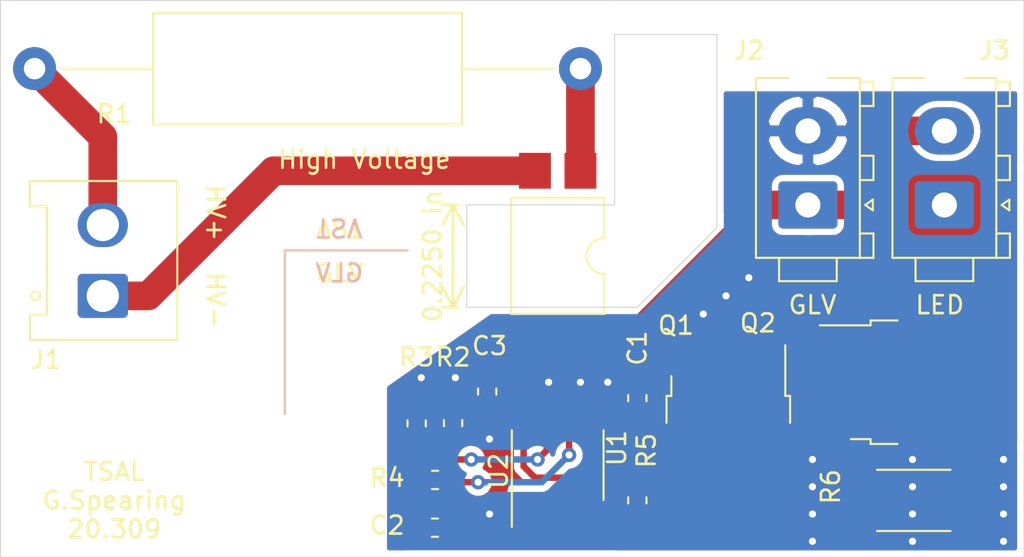
<source format=kicad_pcb>
(kicad_pcb (version 20171130) (host pcbnew 5.1.7-a382d34a8~88~ubuntu18.04.1)

  (general
    (thickness 1.6)
    (drawings 30)
    (tracks 99)
    (zones 0)
    (modules 17)
    (nets 14)
  )

  (page A4)
  (layers
    (0 F.Cu signal)
    (31 B.Cu signal)
    (32 B.Adhes user)
    (33 F.Adhes user)
    (34 B.Paste user)
    (35 F.Paste user)
    (36 B.SilkS user)
    (37 F.SilkS user)
    (38 B.Mask user)
    (39 F.Mask user)
    (40 Dwgs.User user)
    (41 Cmts.User user)
    (42 Eco1.User user)
    (43 Eco2.User user)
    (44 Edge.Cuts user)
    (45 Margin user)
    (46 B.CrtYd user)
    (47 F.CrtYd user)
    (48 B.Fab user)
    (49 F.Fab user hide)
  )

  (setup
    (last_trace_width 0.25)
    (user_trace_width 0.25)
    (user_trace_width 0.36)
    (user_trace_width 0.6)
    (user_trace_width 1.2)
    (user_trace_width 1.6)
    (trace_clearance 0.2)
    (zone_clearance 0.36)
    (zone_45_only no)
    (trace_min 0.2)
    (via_size 0.8)
    (via_drill 0.4)
    (via_min_size 0.4)
    (via_min_drill 0.3)
    (user_via 1.2 0.6)
    (uvia_size 0.3)
    (uvia_drill 0.1)
    (uvias_allowed no)
    (uvia_min_size 0.2)
    (uvia_min_drill 0.1)
    (edge_width 0.05)
    (segment_width 0.2)
    (pcb_text_width 0.3)
    (pcb_text_size 1.5 1.5)
    (mod_edge_width 0.12)
    (mod_text_size 1 1)
    (mod_text_width 0.15)
    (pad_size 1.524 1.524)
    (pad_drill 0.762)
    (pad_to_mask_clearance 0)
    (aux_axis_origin 0 0)
    (visible_elements FFFFFF7F)
    (pcbplotparams
      (layerselection 0x010fc_ffffffff)
      (usegerberextensions false)
      (usegerberattributes true)
      (usegerberadvancedattributes true)
      (creategerberjobfile true)
      (excludeedgelayer true)
      (linewidth 0.100000)
      (plotframeref false)
      (viasonmask false)
      (mode 1)
      (useauxorigin false)
      (hpglpennumber 1)
      (hpglpenspeed 20)
      (hpglpendiameter 15.000000)
      (psnegative false)
      (psa4output false)
      (plotreference true)
      (plotvalue true)
      (plotinvisibletext false)
      (padsonsilk false)
      (subtractmaskfromsilk false)
      (outputformat 1)
      (mirror false)
      (drillshape 0)
      (scaleselection 1)
      (outputdirectory "TSAL_Gerber/"))
  )

  (net 0 "")
  (net 1 GND)
  (net 2 "Net-(C1-Pad1)")
  (net 3 /pass)
  (net 4 /HV+)
  (net 5 /HV-)
  (net 6 /RED_ON)
  (net 7 "Net-(Q1-Pad1)")
  (net 8 "Net-(R1-Pad1)")
  (net 9 VCC)
  (net 10 "Net-(R3-Pad2)")
  (net 11 +12V)
  (net 12 "Net-(Q1-Pad2)")
  (net 13 /555_OUT)

  (net_class Default "This is the default net class."
    (clearance 0.2)
    (trace_width 0.25)
    (via_dia 0.8)
    (via_drill 0.4)
    (uvia_dia 0.3)
    (uvia_drill 0.1)
    (add_net +12V)
    (add_net /555_OUT)
    (add_net /HV+)
    (add_net /HV-)
    (add_net /RED_ON)
    (add_net /pass)
    (add_net GND)
    (add_net "Net-(C1-Pad1)")
    (add_net "Net-(Q1-Pad1)")
    (add_net "Net-(Q1-Pad2)")
    (add_net "Net-(R1-Pad1)")
    (add_net "Net-(R3-Pad2)")
    (add_net VCC)
  )

  (module Capacitor_SMD:C_0603_1608Metric_Pad1.05x0.95mm_HandSolder (layer F.Cu) (tedit 5B301BBE) (tstamp 5FA26F30)
    (at 153.543 89.168 90)
    (descr "Capacitor SMD 0603 (1608 Metric), square (rectangular) end terminal, IPC_7351 nominal with elongated pad for handsoldering. (Body size source: http://www.tortai-tech.com/upload/download/2011102023233369053.pdf), generated with kicad-footprint-generator")
    (tags "capacitor handsolder")
    (path /5FACE85F)
    (attr smd)
    (fp_text reference C3 (at 2.554 0.127 180) (layer F.SilkS)
      (effects (font (size 1 1) (thickness 0.15)))
    )
    (fp_text value 0.1u (at 0 1.43 90) (layer F.Fab)
      (effects (font (size 1 1) (thickness 0.15)))
    )
    (fp_line (start -0.8 0.4) (end -0.8 -0.4) (layer F.Fab) (width 0.1))
    (fp_line (start -0.8 -0.4) (end 0.8 -0.4) (layer F.Fab) (width 0.1))
    (fp_line (start 0.8 -0.4) (end 0.8 0.4) (layer F.Fab) (width 0.1))
    (fp_line (start 0.8 0.4) (end -0.8 0.4) (layer F.Fab) (width 0.1))
    (fp_line (start -0.171267 -0.51) (end 0.171267 -0.51) (layer F.SilkS) (width 0.12))
    (fp_line (start -0.171267 0.51) (end 0.171267 0.51) (layer F.SilkS) (width 0.12))
    (fp_line (start -1.65 0.73) (end -1.65 -0.73) (layer F.CrtYd) (width 0.05))
    (fp_line (start -1.65 -0.73) (end 1.65 -0.73) (layer F.CrtYd) (width 0.05))
    (fp_line (start 1.65 -0.73) (end 1.65 0.73) (layer F.CrtYd) (width 0.05))
    (fp_line (start 1.65 0.73) (end -1.65 0.73) (layer F.CrtYd) (width 0.05))
    (fp_text user %R (at 0 0 90) (layer F.Fab)
      (effects (font (size 0.4 0.4) (thickness 0.06)))
    )
    (pad 2 smd roundrect (at 0.875 0 90) (size 1.05 0.95) (layers F.Cu F.Paste F.Mask) (roundrect_rratio 0.25)
      (net 1 GND))
    (pad 1 smd roundrect (at -0.875 0 90) (size 1.05 0.95) (layers F.Cu F.Paste F.Mask) (roundrect_rratio 0.25)
      (net 9 VCC))
    (model ${KISYS3DMOD}/Capacitor_SMD.3dshapes/C_0603_1608Metric.wrl
      (at (xyz 0 0 0))
      (scale (xyz 1 1 1))
      (rotate (xyz 0 0 0))
    )
  )

  (module Package_SO:SOIC-8_3.9x4.9mm_P1.27mm (layer F.Cu) (tedit 5D9F72B1) (tstamp 5FA25973)
    (at 157.48 93.28 90)
    (descr "SOIC, 8 Pin (JEDEC MS-012AA, https://www.analog.com/media/en/package-pcb-resources/package/pkg_pdf/soic_narrow-r/r_8.pdf), generated with kicad-footprint-generator ipc_gullwing_generator.py")
    (tags "SOIC SO")
    (path /5F9882FA)
    (attr smd)
    (fp_text reference U2 (at -0.319 -3.302 270) (layer F.SilkS)
      (effects (font (size 1 1) (thickness 0.15)))
    )
    (fp_text value LM555xM (at 0 3.4 90) (layer F.Fab)
      (effects (font (size 1 1) (thickness 0.15)))
    )
    (fp_line (start 3.7 -2.7) (end -3.7 -2.7) (layer F.CrtYd) (width 0.05))
    (fp_line (start 3.7 2.7) (end 3.7 -2.7) (layer F.CrtYd) (width 0.05))
    (fp_line (start -3.7 2.7) (end 3.7 2.7) (layer F.CrtYd) (width 0.05))
    (fp_line (start -3.7 -2.7) (end -3.7 2.7) (layer F.CrtYd) (width 0.05))
    (fp_line (start -1.95 -1.475) (end -0.975 -2.45) (layer F.Fab) (width 0.1))
    (fp_line (start -1.95 2.45) (end -1.95 -1.475) (layer F.Fab) (width 0.1))
    (fp_line (start 1.95 2.45) (end -1.95 2.45) (layer F.Fab) (width 0.1))
    (fp_line (start 1.95 -2.45) (end 1.95 2.45) (layer F.Fab) (width 0.1))
    (fp_line (start -0.975 -2.45) (end 1.95 -2.45) (layer F.Fab) (width 0.1))
    (fp_line (start 0 -2.56) (end -3.45 -2.56) (layer F.SilkS) (width 0.12))
    (fp_line (start 0 -2.56) (end 1.95 -2.56) (layer F.SilkS) (width 0.12))
    (fp_line (start 0 2.56) (end -1.95 2.56) (layer F.SilkS) (width 0.12))
    (fp_line (start 0 2.56) (end 1.95 2.56) (layer F.SilkS) (width 0.12))
    (fp_text user %R (at 0 0 90) (layer F.Fab)
      (effects (font (size 0.98 0.98) (thickness 0.15)))
    )
    (pad 8 smd roundrect (at 2.475 -1.905 90) (size 1.95 0.6) (layers F.Cu F.Paste F.Mask) (roundrect_rratio 0.25)
      (net 9 VCC))
    (pad 7 smd roundrect (at 2.475 -0.635 90) (size 1.95 0.6) (layers F.Cu F.Paste F.Mask) (roundrect_rratio 0.25)
      (net 10 "Net-(R3-Pad2)"))
    (pad 6 smd roundrect (at 2.475 0.635 90) (size 1.95 0.6) (layers F.Cu F.Paste F.Mask) (roundrect_rratio 0.25)
      (net 3 /pass))
    (pad 5 smd roundrect (at 2.475 1.905 90) (size 1.95 0.6) (layers F.Cu F.Paste F.Mask) (roundrect_rratio 0.25)
      (net 2 "Net-(C1-Pad1)"))
    (pad 4 smd roundrect (at -2.475 1.905 90) (size 1.95 0.6) (layers F.Cu F.Paste F.Mask) (roundrect_rratio 0.25)
      (net 9 VCC))
    (pad 3 smd roundrect (at -2.475 0.635 90) (size 1.95 0.6) (layers F.Cu F.Paste F.Mask) (roundrect_rratio 0.25)
      (net 13 /555_OUT))
    (pad 2 smd roundrect (at -2.475 -0.635 90) (size 1.95 0.6) (layers F.Cu F.Paste F.Mask) (roundrect_rratio 0.25)
      (net 3 /pass))
    (pad 1 smd roundrect (at -2.475 -1.905 90) (size 1.95 0.6) (layers F.Cu F.Paste F.Mask) (roundrect_rratio 0.25)
      (net 1 GND))
    (model ${KISYS3DMOD}/Package_SO.3dshapes/SOIC-8_3.9x4.9mm_P1.27mm.wrl
      (at (xyz 0 0 0))
      (scale (xyz 1 1 1))
      (rotate (xyz 0 0 0))
    )
  )

  (module Package_DIP:SMDIP-4_W9.53mm (layer F.Cu) (tedit 5A02E8C5) (tstamp 5FA23AF4)
    (at 157.48 81.595 270)
    (descr "4-lead surface-mounted (SMD) DIP package, row spacing 9.53 mm (375 mils)")
    (tags "SMD DIP DIL PDIP SMDIP 2.54mm 9.53mm 375mil")
    (path /5F9DE7CE)
    (attr smd)
    (fp_text reference U1 (at 10.734 -3.302 90) (layer F.SilkS)
      (effects (font (size 1 1) (thickness 0.15)))
    )
    (fp_text value LTV-817S (at 0 3.6 90) (layer F.Fab)
      (effects (font (size 1 1) (thickness 0.15)))
    )
    (fp_line (start 6.05 -2.8) (end -6.05 -2.8) (layer F.CrtYd) (width 0.05))
    (fp_line (start 6.05 2.8) (end 6.05 -2.8) (layer F.CrtYd) (width 0.05))
    (fp_line (start -6.05 2.8) (end 6.05 2.8) (layer F.CrtYd) (width 0.05))
    (fp_line (start -6.05 -2.8) (end -6.05 2.8) (layer F.CrtYd) (width 0.05))
    (fp_line (start 3.235 -2.6) (end 1 -2.6) (layer F.SilkS) (width 0.12))
    (fp_line (start 3.235 2.6) (end 3.235 -2.6) (layer F.SilkS) (width 0.12))
    (fp_line (start -3.235 2.6) (end 3.235 2.6) (layer F.SilkS) (width 0.12))
    (fp_line (start -3.235 -2.6) (end -3.235 2.6) (layer F.SilkS) (width 0.12))
    (fp_line (start -1 -2.6) (end -3.235 -2.6) (layer F.SilkS) (width 0.12))
    (fp_line (start -3.175 -1.54) (end -2.175 -2.54) (layer F.Fab) (width 0.1))
    (fp_line (start -3.175 2.54) (end -3.175 -1.54) (layer F.Fab) (width 0.1))
    (fp_line (start 3.175 2.54) (end -3.175 2.54) (layer F.Fab) (width 0.1))
    (fp_line (start 3.175 -2.54) (end 3.175 2.54) (layer F.Fab) (width 0.1))
    (fp_line (start -2.175 -2.54) (end 3.175 -2.54) (layer F.Fab) (width 0.1))
    (fp_text user %R (at 0 0 90) (layer F.Fab)
      (effects (font (size 1 1) (thickness 0.15)))
    )
    (fp_arc (start 0 -2.6) (end -1 -2.6) (angle -180) (layer F.SilkS) (width 0.12))
    (pad 4 smd rect (at 4.765 -1.27 270) (size 2 1.78) (layers F.Cu F.Paste F.Mask)
      (net 11 +12V))
    (pad 2 smd rect (at -4.765 1.27 270) (size 2 1.78) (layers F.Cu F.Paste F.Mask)
      (net 5 /HV-))
    (pad 3 smd rect (at 4.765 1.27 270) (size 2 1.78) (layers F.Cu F.Paste F.Mask)
      (net 9 VCC))
    (pad 1 smd rect (at -4.765 -1.27 270) (size 2 1.78) (layers F.Cu F.Paste F.Mask)
      (net 8 "Net-(R1-Pad1)"))
    (model ${KISYS3DMOD}/Package_DIP.3dshapes/SMDIP-4_W9.53mm.wrl
      (at (xyz 0 0 0))
      (scale (xyz 1 1 1))
      (rotate (xyz 0 0 0))
    )
  )

  (module Resistor_SMD:R_2512_6332Metric_Pad1.52x3.35mm_HandSolder (layer F.Cu) (tedit 5B301BBD) (tstamp 5FA23ADC)
    (at 177.3585 95.25 180)
    (descr "Resistor SMD 2512 (6332 Metric), square (rectangular) end terminal, IPC_7351 nominal with elongated pad for handsoldering. (Body size source: http://www.tortai-tech.com/upload/download/2011102023233369053.pdf), generated with kicad-footprint-generator")
    (tags "resistor handsolder")
    (path /5FA1ACEA)
    (attr smd)
    (fp_text reference R6 (at 4.6385 0.762 90) (layer F.SilkS)
      (effects (font (size 1 1) (thickness 0.15)))
    )
    (fp_text value 0.75 (at 0 2.62) (layer F.Fab)
      (effects (font (size 1 1) (thickness 0.15)))
    )
    (fp_line (start 4 1.92) (end -4 1.92) (layer F.CrtYd) (width 0.05))
    (fp_line (start 4 -1.92) (end 4 1.92) (layer F.CrtYd) (width 0.05))
    (fp_line (start -4 -1.92) (end 4 -1.92) (layer F.CrtYd) (width 0.05))
    (fp_line (start -4 1.92) (end -4 -1.92) (layer F.CrtYd) (width 0.05))
    (fp_line (start -2.052064 1.71) (end 2.052064 1.71) (layer F.SilkS) (width 0.12))
    (fp_line (start -2.052064 -1.71) (end 2.052064 -1.71) (layer F.SilkS) (width 0.12))
    (fp_line (start 3.15 1.6) (end -3.15 1.6) (layer F.Fab) (width 0.1))
    (fp_line (start 3.15 -1.6) (end 3.15 1.6) (layer F.Fab) (width 0.1))
    (fp_line (start -3.15 -1.6) (end 3.15 -1.6) (layer F.Fab) (width 0.1))
    (fp_line (start -3.15 1.6) (end -3.15 -1.6) (layer F.Fab) (width 0.1))
    (fp_text user %R (at 0 0) (layer F.Fab)
      (effects (font (size 1 1) (thickness 0.15)))
    )
    (pad 2 smd roundrect (at 2.9875 0 180) (size 1.525 3.35) (layers F.Cu F.Paste F.Mask) (roundrect_rratio 0.1639337704918033)
      (net 7 "Net-(Q1-Pad1)"))
    (pad 1 smd roundrect (at -2.9875 0 180) (size 1.525 3.35) (layers F.Cu F.Paste F.Mask) (roundrect_rratio 0.1639337704918033)
      (net 1 GND))
    (model ${KISYS3DMOD}/Resistor_SMD.3dshapes/R_2512_6332Metric.wrl
      (at (xyz 0 0 0))
      (scale (xyz 1 1 1))
      (rotate (xyz 0 0 0))
    )
  )

  (module Resistor_SMD:R_0603_1608Metric_Pad1.05x0.95mm_HandSolder (layer F.Cu) (tedit 5B301BBD) (tstamp 5FA23ACB)
    (at 161.925 95.25 270)
    (descr "Resistor SMD 0603 (1608 Metric), square (rectangular) end terminal, IPC_7351 nominal with elongated pad for handsoldering. (Body size source: http://www.tortai-tech.com/upload/download/2011102023233369053.pdf), generated with kicad-footprint-generator")
    (tags "resistor handsolder")
    (path /5F98E1B6)
    (attr smd)
    (fp_text reference R5 (at -2.78 -0.508 90) (layer F.SilkS)
      (effects (font (size 1 1) (thickness 0.15)))
    )
    (fp_text value 10k (at 0 1.43 90) (layer F.Fab)
      (effects (font (size 1 1) (thickness 0.15)))
    )
    (fp_line (start 1.65 0.73) (end -1.65 0.73) (layer F.CrtYd) (width 0.05))
    (fp_line (start 1.65 -0.73) (end 1.65 0.73) (layer F.CrtYd) (width 0.05))
    (fp_line (start -1.65 -0.73) (end 1.65 -0.73) (layer F.CrtYd) (width 0.05))
    (fp_line (start -1.65 0.73) (end -1.65 -0.73) (layer F.CrtYd) (width 0.05))
    (fp_line (start -0.171267 0.51) (end 0.171267 0.51) (layer F.SilkS) (width 0.12))
    (fp_line (start -0.171267 -0.51) (end 0.171267 -0.51) (layer F.SilkS) (width 0.12))
    (fp_line (start 0.8 0.4) (end -0.8 0.4) (layer F.Fab) (width 0.1))
    (fp_line (start 0.8 -0.4) (end 0.8 0.4) (layer F.Fab) (width 0.1))
    (fp_line (start -0.8 -0.4) (end 0.8 -0.4) (layer F.Fab) (width 0.1))
    (fp_line (start -0.8 0.4) (end -0.8 -0.4) (layer F.Fab) (width 0.1))
    (fp_text user %R (at 0 0 90) (layer F.Fab)
      (effects (font (size 0.4 0.4) (thickness 0.06)))
    )
    (pad 2 smd roundrect (at 0.875 0 270) (size 1.05 0.95) (layers F.Cu F.Paste F.Mask) (roundrect_rratio 0.25)
      (net 13 /555_OUT))
    (pad 1 smd roundrect (at -0.875 0 270) (size 1.05 0.95) (layers F.Cu F.Paste F.Mask) (roundrect_rratio 0.25)
      (net 12 "Net-(Q1-Pad2)"))
    (model ${KISYS3DMOD}/Resistor_SMD.3dshapes/R_0603_1608Metric.wrl
      (at (xyz 0 0 0))
      (scale (xyz 1 1 1))
      (rotate (xyz 0 0 0))
    )
  )

  (module Resistor_SMD:R_0603_1608Metric_Pad1.05x0.95mm_HandSolder (layer F.Cu) (tedit 5B301BBD) (tstamp 5FA23ABA)
    (at 150.636 94.107)
    (descr "Resistor SMD 0603 (1608 Metric), square (rectangular) end terminal, IPC_7351 nominal with elongated pad for handsoldering. (Body size source: http://www.tortai-tech.com/upload/download/2011102023233369053.pdf), generated with kicad-footprint-generator")
    (tags "resistor handsolder")
    (path /5F99A37B)
    (attr smd)
    (fp_text reference R4 (at -2.681 -0.127) (layer F.SilkS)
      (effects (font (size 1 1) (thickness 0.15)))
    )
    (fp_text value 235k (at 0 1.43) (layer F.Fab)
      (effects (font (size 1 1) (thickness 0.15)))
    )
    (fp_line (start 1.65 0.73) (end -1.65 0.73) (layer F.CrtYd) (width 0.05))
    (fp_line (start 1.65 -0.73) (end 1.65 0.73) (layer F.CrtYd) (width 0.05))
    (fp_line (start -1.65 -0.73) (end 1.65 -0.73) (layer F.CrtYd) (width 0.05))
    (fp_line (start -1.65 0.73) (end -1.65 -0.73) (layer F.CrtYd) (width 0.05))
    (fp_line (start -0.171267 0.51) (end 0.171267 0.51) (layer F.SilkS) (width 0.12))
    (fp_line (start -0.171267 -0.51) (end 0.171267 -0.51) (layer F.SilkS) (width 0.12))
    (fp_line (start 0.8 0.4) (end -0.8 0.4) (layer F.Fab) (width 0.1))
    (fp_line (start 0.8 -0.4) (end 0.8 0.4) (layer F.Fab) (width 0.1))
    (fp_line (start -0.8 -0.4) (end 0.8 -0.4) (layer F.Fab) (width 0.1))
    (fp_line (start -0.8 0.4) (end -0.8 -0.4) (layer F.Fab) (width 0.1))
    (fp_text user %R (at 0 0) (layer F.Fab)
      (effects (font (size 0.4 0.4) (thickness 0.06)))
    )
    (pad 2 smd roundrect (at 0.875 0) (size 1.05 0.95) (layers F.Cu F.Paste F.Mask) (roundrect_rratio 0.25)
      (net 3 /pass))
    (pad 1 smd roundrect (at -0.875 0) (size 1.05 0.95) (layers F.Cu F.Paste F.Mask) (roundrect_rratio 0.25)
      (net 10 "Net-(R3-Pad2)"))
    (model ${KISYS3DMOD}/Resistor_SMD.3dshapes/R_0603_1608Metric.wrl
      (at (xyz 0 0 0))
      (scale (xyz 1 1 1))
      (rotate (xyz 0 0 0))
    )
  )

  (module Resistor_SMD:R_0603_1608Metric_Pad1.05x0.95mm_HandSolder (layer F.Cu) (tedit 5B301BBD) (tstamp 5FA23AA9)
    (at 149.606 90.946 270)
    (descr "Resistor SMD 0603 (1608 Metric), square (rectangular) end terminal, IPC_7351 nominal with elongated pad for handsoldering. (Body size source: http://www.tortai-tech.com/upload/download/2011102023233369053.pdf), generated with kicad-footprint-generator")
    (tags "resistor handsolder")
    (path /5F99ABB4)
    (attr smd)
    (fp_text reference R3 (at -3.697 0 180) (layer F.SilkS)
      (effects (font (size 1 1) (thickness 0.15)))
    )
    (fp_text value 100k (at 0 1.43 90) (layer F.Fab)
      (effects (font (size 1 1) (thickness 0.15)))
    )
    (fp_line (start 1.65 0.73) (end -1.65 0.73) (layer F.CrtYd) (width 0.05))
    (fp_line (start 1.65 -0.73) (end 1.65 0.73) (layer F.CrtYd) (width 0.05))
    (fp_line (start -1.65 -0.73) (end 1.65 -0.73) (layer F.CrtYd) (width 0.05))
    (fp_line (start -1.65 0.73) (end -1.65 -0.73) (layer F.CrtYd) (width 0.05))
    (fp_line (start -0.171267 0.51) (end 0.171267 0.51) (layer F.SilkS) (width 0.12))
    (fp_line (start -0.171267 -0.51) (end 0.171267 -0.51) (layer F.SilkS) (width 0.12))
    (fp_line (start 0.8 0.4) (end -0.8 0.4) (layer F.Fab) (width 0.1))
    (fp_line (start 0.8 -0.4) (end 0.8 0.4) (layer F.Fab) (width 0.1))
    (fp_line (start -0.8 -0.4) (end 0.8 -0.4) (layer F.Fab) (width 0.1))
    (fp_line (start -0.8 0.4) (end -0.8 -0.4) (layer F.Fab) (width 0.1))
    (fp_text user %R (at 0 0 90) (layer F.Fab)
      (effects (font (size 0.4 0.4) (thickness 0.06)))
    )
    (pad 2 smd roundrect (at 0.875 0 270) (size 1.05 0.95) (layers F.Cu F.Paste F.Mask) (roundrect_rratio 0.25)
      (net 10 "Net-(R3-Pad2)"))
    (pad 1 smd roundrect (at -0.875 0 270) (size 1.05 0.95) (layers F.Cu F.Paste F.Mask) (roundrect_rratio 0.25)
      (net 9 VCC))
    (model ${KISYS3DMOD}/Resistor_SMD.3dshapes/R_0603_1608Metric.wrl
      (at (xyz 0 0 0))
      (scale (xyz 1 1 1))
      (rotate (xyz 0 0 0))
    )
  )

  (module Resistor_SMD:R_0603_1608Metric_Pad1.05x0.95mm_HandSolder (layer F.Cu) (tedit 5B301BBD) (tstamp 5FA23A98)
    (at 151.638 90.932 270)
    (descr "Resistor SMD 0603 (1608 Metric), square (rectangular) end terminal, IPC_7351 nominal with elongated pad for handsoldering. (Body size source: http://www.tortai-tech.com/upload/download/2011102023233369053.pdf), generated with kicad-footprint-generator")
    (tags "resistor handsolder")
    (path /5F9B2DED)
    (attr smd)
    (fp_text reference R2 (at -3.683 0 180) (layer F.SilkS)
      (effects (font (size 1 1) (thickness 0.15)))
    )
    (fp_text value 10k (at 0 1.43 90) (layer F.Fab)
      (effects (font (size 1 1) (thickness 0.15)))
    )
    (fp_line (start 1.65 0.73) (end -1.65 0.73) (layer F.CrtYd) (width 0.05))
    (fp_line (start 1.65 -0.73) (end 1.65 0.73) (layer F.CrtYd) (width 0.05))
    (fp_line (start -1.65 -0.73) (end 1.65 -0.73) (layer F.CrtYd) (width 0.05))
    (fp_line (start -1.65 0.73) (end -1.65 -0.73) (layer F.CrtYd) (width 0.05))
    (fp_line (start -0.171267 0.51) (end 0.171267 0.51) (layer F.SilkS) (width 0.12))
    (fp_line (start -0.171267 -0.51) (end 0.171267 -0.51) (layer F.SilkS) (width 0.12))
    (fp_line (start 0.8 0.4) (end -0.8 0.4) (layer F.Fab) (width 0.1))
    (fp_line (start 0.8 -0.4) (end 0.8 0.4) (layer F.Fab) (width 0.1))
    (fp_line (start -0.8 -0.4) (end 0.8 -0.4) (layer F.Fab) (width 0.1))
    (fp_line (start -0.8 0.4) (end -0.8 -0.4) (layer F.Fab) (width 0.1))
    (fp_text user %R (at 0 0 90) (layer F.Fab)
      (effects (font (size 0.4 0.4) (thickness 0.06)))
    )
    (pad 2 smd roundrect (at 0.875 0 270) (size 1.05 0.95) (layers F.Cu F.Paste F.Mask) (roundrect_rratio 0.25)
      (net 1 GND))
    (pad 1 smd roundrect (at -0.875 0 270) (size 1.05 0.95) (layers F.Cu F.Paste F.Mask) (roundrect_rratio 0.25)
      (net 9 VCC))
    (model ${KISYS3DMOD}/Resistor_SMD.3dshapes/R_0603_1608Metric.wrl
      (at (xyz 0 0 0))
      (scale (xyz 1 1 1))
      (rotate (xyz 0 0 0))
    )
  )

  (module Resistor_THT:R_Axial_DIN0617_L17.0mm_D6.0mm_P30.48mm_Horizontal (layer F.Cu) (tedit 5AE5139B) (tstamp 5FA23A87)
    (at 158.75 71.12 180)
    (descr "Resistor, Axial_DIN0617 series, Axial, Horizontal, pin pitch=30.48mm, 2W, length*diameter=17*6mm^2, http://www.vishay.com/docs/20128/wkxwrx.pdf")
    (tags "Resistor Axial_DIN0617 series Axial Horizontal pin pitch 30.48mm 2W length 17mm diameter 6mm")
    (path /5F9B78C3)
    (fp_text reference R1 (at 26.035 -2.54) (layer F.SilkS)
      (effects (font (size 1 1) (thickness 0.15)))
    )
    (fp_text value 39k (at 15.24 4.12) (layer F.Fab)
      (effects (font (size 1 1) (thickness 0.15)))
    )
    (fp_line (start 31.94 -3.25) (end -1.45 -3.25) (layer F.CrtYd) (width 0.05))
    (fp_line (start 31.94 3.25) (end 31.94 -3.25) (layer F.CrtYd) (width 0.05))
    (fp_line (start -1.45 3.25) (end 31.94 3.25) (layer F.CrtYd) (width 0.05))
    (fp_line (start -1.45 -3.25) (end -1.45 3.25) (layer F.CrtYd) (width 0.05))
    (fp_line (start 29.04 0) (end 23.86 0) (layer F.SilkS) (width 0.12))
    (fp_line (start 1.44 0) (end 6.62 0) (layer F.SilkS) (width 0.12))
    (fp_line (start 23.86 -3.12) (end 6.62 -3.12) (layer F.SilkS) (width 0.12))
    (fp_line (start 23.86 3.12) (end 23.86 -3.12) (layer F.SilkS) (width 0.12))
    (fp_line (start 6.62 3.12) (end 23.86 3.12) (layer F.SilkS) (width 0.12))
    (fp_line (start 6.62 -3.12) (end 6.62 3.12) (layer F.SilkS) (width 0.12))
    (fp_line (start 30.48 0) (end 23.74 0) (layer F.Fab) (width 0.1))
    (fp_line (start 0 0) (end 6.74 0) (layer F.Fab) (width 0.1))
    (fp_line (start 23.74 -3) (end 6.74 -3) (layer F.Fab) (width 0.1))
    (fp_line (start 23.74 3) (end 23.74 -3) (layer F.Fab) (width 0.1))
    (fp_line (start 6.74 3) (end 23.74 3) (layer F.Fab) (width 0.1))
    (fp_line (start 6.74 -3) (end 6.74 3) (layer F.Fab) (width 0.1))
    (fp_text user %R (at 15.24 0) (layer F.Fab)
      (effects (font (size 1 1) (thickness 0.15)))
    )
    (pad 2 thru_hole oval (at 30.48 0 180) (size 2.4 2.4) (drill 1.2) (layers *.Cu *.Mask)
      (net 4 /HV+))
    (pad 1 thru_hole circle (at 0 0 180) (size 2.4 2.4) (drill 1.2) (layers *.Cu *.Mask)
      (net 8 "Net-(R1-Pad1)"))
    (model ${KISYS3DMOD}/Resistor_THT.3dshapes/R_Axial_DIN0617_L17.0mm_D6.0mm_P30.48mm_Horizontal.wrl
      (at (xyz 0 0 0))
      (scale (xyz 1 1 1))
      (rotate (xyz 0 0 0))
    )
  )

  (module Package_TO_SOT_SMD:TO-252-3_TabPin2 (layer F.Cu) (tedit 5A70F30B) (tstamp 5FA23A70)
    (at 177.419 88.646)
    (descr "TO-252 / DPAK SMD package, http://www.infineon.com/cms/en/product/packages/PG-TO252/PG-TO252-3-1/")
    (tags "DPAK TO-252 DPAK-3 TO-252-3 SOT-428")
    (path /5FA4B7C9)
    (attr smd)
    (fp_text reference Q2 (at -8.763 -3.302 180) (layer F.SilkS)
      (effects (font (size 1 1) (thickness 0.15)))
    )
    (fp_text value 040N03LG (at 0 4.5) (layer F.Fab)
      (effects (font (size 1 1) (thickness 0.15)))
    )
    (fp_line (start 5.55 -3.5) (end -5.55 -3.5) (layer F.CrtYd) (width 0.05))
    (fp_line (start 5.55 3.5) (end 5.55 -3.5) (layer F.CrtYd) (width 0.05))
    (fp_line (start -5.55 3.5) (end 5.55 3.5) (layer F.CrtYd) (width 0.05))
    (fp_line (start -5.55 -3.5) (end -5.55 3.5) (layer F.CrtYd) (width 0.05))
    (fp_line (start -2.47 3.18) (end -3.57 3.18) (layer F.SilkS) (width 0.12))
    (fp_line (start -2.47 3.45) (end -2.47 3.18) (layer F.SilkS) (width 0.12))
    (fp_line (start -0.97 3.45) (end -2.47 3.45) (layer F.SilkS) (width 0.12))
    (fp_line (start -2.47 -3.18) (end -5.3 -3.18) (layer F.SilkS) (width 0.12))
    (fp_line (start -2.47 -3.45) (end -2.47 -3.18) (layer F.SilkS) (width 0.12))
    (fp_line (start -0.97 -3.45) (end -2.47 -3.45) (layer F.SilkS) (width 0.12))
    (fp_line (start -4.97 2.655) (end -2.27 2.655) (layer F.Fab) (width 0.1))
    (fp_line (start -4.97 1.905) (end -4.97 2.655) (layer F.Fab) (width 0.1))
    (fp_line (start -2.27 1.905) (end -4.97 1.905) (layer F.Fab) (width 0.1))
    (fp_line (start -4.97 0.375) (end -2.27 0.375) (layer F.Fab) (width 0.1))
    (fp_line (start -4.97 -0.375) (end -4.97 0.375) (layer F.Fab) (width 0.1))
    (fp_line (start -2.27 -0.375) (end -4.97 -0.375) (layer F.Fab) (width 0.1))
    (fp_line (start -4.97 -1.905) (end -2.27 -1.905) (layer F.Fab) (width 0.1))
    (fp_line (start -4.97 -2.655) (end -4.97 -1.905) (layer F.Fab) (width 0.1))
    (fp_line (start -1.865 -2.655) (end -4.97 -2.655) (layer F.Fab) (width 0.1))
    (fp_line (start -1.27 -3.25) (end 3.95 -3.25) (layer F.Fab) (width 0.1))
    (fp_line (start -2.27 -2.25) (end -1.27 -3.25) (layer F.Fab) (width 0.1))
    (fp_line (start -2.27 3.25) (end -2.27 -2.25) (layer F.Fab) (width 0.1))
    (fp_line (start 3.95 3.25) (end -2.27 3.25) (layer F.Fab) (width 0.1))
    (fp_line (start 3.95 -3.25) (end 3.95 3.25) (layer F.Fab) (width 0.1))
    (fp_line (start 4.95 2.7) (end 3.95 2.7) (layer F.Fab) (width 0.1))
    (fp_line (start 4.95 -2.7) (end 4.95 2.7) (layer F.Fab) (width 0.1))
    (fp_line (start 3.95 -2.7) (end 4.95 -2.7) (layer F.Fab) (width 0.1))
    (fp_text user %R (at 0 0) (layer F.Fab)
      (effects (font (size 1 1) (thickness 0.15)))
    )
    (pad "" smd rect (at 0.425 1.525) (size 3.05 2.75) (layers F.Paste))
    (pad "" smd rect (at 3.775 -1.525) (size 3.05 2.75) (layers F.Paste))
    (pad "" smd rect (at 0.425 -1.525) (size 3.05 2.75) (layers F.Paste))
    (pad "" smd rect (at 3.775 1.525) (size 3.05 2.75) (layers F.Paste))
    (pad 2 smd rect (at 2.1 0) (size 6.4 5.8) (layers F.Cu F.Mask)
      (net 6 /RED_ON))
    (pad 3 smd rect (at -4.2 2.28) (size 2.2 1.2) (layers F.Cu F.Paste F.Mask)
      (net 7 "Net-(Q1-Pad1)"))
    (pad 2 smd rect (at -4.2 0) (size 2.2 1.2) (layers F.Cu F.Paste F.Mask)
      (net 6 /RED_ON))
    (pad 1 smd rect (at -4.2 -2.28) (size 2.2 1.2) (layers F.Cu F.Paste F.Mask)
      (net 12 "Net-(Q1-Pad2)"))
    (model ${KISYS3DMOD}/Package_TO_SOT_SMD.3dshapes/TO-252-3_TabPin2.wrl
      (at (xyz 0 0 0))
      (scale (xyz 1 1 1))
      (rotate (xyz 0 0 0))
    )
  )

  (module Package_TO_SOT_SMD:TO-252-3_TabPin2 (layer F.Cu) (tedit 5A70F30B) (tstamp 5FA2550C)
    (at 167.005 91.88 270)
    (descr "TO-252 / DPAK SMD package, http://www.infineon.com/cms/en/product/packages/PG-TO252/PG-TO252-3-1/")
    (tags "DPAK TO-252 DPAK-3 TO-252-3 SOT-428")
    (path /5F98B2DE)
    (attr smd)
    (fp_text reference Q1 (at -6.409 2.921 180) (layer F.SilkS)
      (effects (font (size 1 1) (thickness 0.15)))
    )
    (fp_text value 040N03LG (at 0 4.5 90) (layer F.Fab)
      (effects (font (size 1 1) (thickness 0.15)))
    )
    (fp_line (start 5.55 -3.5) (end -5.55 -3.5) (layer F.CrtYd) (width 0.05))
    (fp_line (start 5.55 3.5) (end 5.55 -3.5) (layer F.CrtYd) (width 0.05))
    (fp_line (start -5.55 3.5) (end 5.55 3.5) (layer F.CrtYd) (width 0.05))
    (fp_line (start -5.55 -3.5) (end -5.55 3.5) (layer F.CrtYd) (width 0.05))
    (fp_line (start -2.47 3.18) (end -3.57 3.18) (layer F.SilkS) (width 0.12))
    (fp_line (start -2.47 3.45) (end -2.47 3.18) (layer F.SilkS) (width 0.12))
    (fp_line (start -0.97 3.45) (end -2.47 3.45) (layer F.SilkS) (width 0.12))
    (fp_line (start -2.47 -3.18) (end -5.3 -3.18) (layer F.SilkS) (width 0.12))
    (fp_line (start -2.47 -3.45) (end -2.47 -3.18) (layer F.SilkS) (width 0.12))
    (fp_line (start -0.97 -3.45) (end -2.47 -3.45) (layer F.SilkS) (width 0.12))
    (fp_line (start -4.97 2.655) (end -2.27 2.655) (layer F.Fab) (width 0.1))
    (fp_line (start -4.97 1.905) (end -4.97 2.655) (layer F.Fab) (width 0.1))
    (fp_line (start -2.27 1.905) (end -4.97 1.905) (layer F.Fab) (width 0.1))
    (fp_line (start -4.97 0.375) (end -2.27 0.375) (layer F.Fab) (width 0.1))
    (fp_line (start -4.97 -0.375) (end -4.97 0.375) (layer F.Fab) (width 0.1))
    (fp_line (start -2.27 -0.375) (end -4.97 -0.375) (layer F.Fab) (width 0.1))
    (fp_line (start -4.97 -1.905) (end -2.27 -1.905) (layer F.Fab) (width 0.1))
    (fp_line (start -4.97 -2.655) (end -4.97 -1.905) (layer F.Fab) (width 0.1))
    (fp_line (start -1.865 -2.655) (end -4.97 -2.655) (layer F.Fab) (width 0.1))
    (fp_line (start -1.27 -3.25) (end 3.95 -3.25) (layer F.Fab) (width 0.1))
    (fp_line (start -2.27 -2.25) (end -1.27 -3.25) (layer F.Fab) (width 0.1))
    (fp_line (start -2.27 3.25) (end -2.27 -2.25) (layer F.Fab) (width 0.1))
    (fp_line (start 3.95 3.25) (end -2.27 3.25) (layer F.Fab) (width 0.1))
    (fp_line (start 3.95 -3.25) (end 3.95 3.25) (layer F.Fab) (width 0.1))
    (fp_line (start 4.95 2.7) (end 3.95 2.7) (layer F.Fab) (width 0.1))
    (fp_line (start 4.95 -2.7) (end 4.95 2.7) (layer F.Fab) (width 0.1))
    (fp_line (start 3.95 -2.7) (end 4.95 -2.7) (layer F.Fab) (width 0.1))
    (fp_text user %R (at 0 0 90) (layer F.Fab)
      (effects (font (size 1 1) (thickness 0.15)))
    )
    (pad "" smd rect (at 0.425 1.525 270) (size 3.05 2.75) (layers F.Paste))
    (pad "" smd rect (at 3.775 -1.525 270) (size 3.05 2.75) (layers F.Paste))
    (pad "" smd rect (at 0.425 -1.525 270) (size 3.05 2.75) (layers F.Paste))
    (pad "" smd rect (at 3.775 1.525 270) (size 3.05 2.75) (layers F.Paste))
    (pad 2 smd rect (at 2.1 0 270) (size 6.4 5.8) (layers F.Cu F.Mask)
      (net 12 "Net-(Q1-Pad2)"))
    (pad 3 smd rect (at -4.2 2.28 270) (size 2.2 1.2) (layers F.Cu F.Paste F.Mask)
      (net 1 GND))
    (pad 2 smd rect (at -4.2 0 270) (size 2.2 1.2) (layers F.Cu F.Paste F.Mask)
      (net 12 "Net-(Q1-Pad2)"))
    (pad 1 smd rect (at -4.2 -2.28 270) (size 2.2 1.2) (layers F.Cu F.Paste F.Mask)
      (net 7 "Net-(Q1-Pad1)"))
    (model ${KISYS3DMOD}/Package_TO_SOT_SMD.3dshapes/TO-252-3_TabPin2.wrl
      (at (xyz 0 0 0))
      (scale (xyz 1 1 1))
      (rotate (xyz 0 0 0))
    )
  )

  (module Connector_TE-Connectivity:TE_MATE-N-LOK_1-770866-x_1x02_P4.14mm_Vertical (layer F.Cu) (tedit 5B787EAA) (tstamp 5FA23A20)
    (at 179.07 78.74 180)
    (descr "Molex Mini-Universal MATE-N-LOK, old mpn/engineering number: 1-770866-x, 2 Pins per row (http://www.te.com/commerce/DocumentDelivery/DDEController?Action=srchrtrv&DocNm=82181_SOFTSHELL_HIGH_DENSITY&DocType=CS&DocLang=EN), generated with kicad-footprint-generator")
    (tags "connector TE MATE-N-LOK side entry")
    (path /5F996B98)
    (fp_text reference J3 (at -2.794 8.636 180) (layer F.SilkS)
      (effects (font (size 1 1) (thickness 0.15)))
    )
    (fp_text value 172165-1 (at 0 11.37) (layer F.Fab)
      (effects (font (size 1 1) (thickness 0.15)))
    )
    (fp_line (start 3.29 -4.65) (end -4.05 -4.65) (layer F.CrtYd) (width 0.05))
    (fp_line (start 3.29 10.67) (end 3.29 -4.65) (layer F.CrtYd) (width 0.05))
    (fp_line (start -4.05 10.67) (end 3.29 10.67) (layer F.CrtYd) (width 0.05))
    (fp_line (start -4.05 -4.65) (end -4.05 10.67) (layer F.CrtYd) (width 0.05))
    (fp_line (start -1.375786 0) (end -2.79 1) (layer F.Fab) (width 0.1))
    (fp_line (start -2.79 -1) (end -1.375786 0) (layer F.Fab) (width 0.1))
    (fp_line (start -3.624264 -0.3) (end -3.2 0) (layer F.SilkS) (width 0.12))
    (fp_line (start -3.624264 0.3) (end -3.624264 -0.3) (layer F.SilkS) (width 0.12))
    (fp_line (start -3.2 0) (end -3.624264 0.3) (layer F.SilkS) (width 0.12))
    (fp_line (start 1.699672 9.576) (end -1.699672 9.576) (layer F.Fab) (width 0.1))
    (fp_line (start 1.733977 7.645) (end -1.733977 7.645) (layer F.Fab) (width 0.1))
    (fp_line (start -0.8 6.985) (end -0.8 7.645) (layer F.Fab) (width 0.1))
    (fp_line (start 0.8 6.985) (end 0.8 7.645) (layer F.Fab) (width 0.1))
    (fp_line (start -3.66 6.89) (end -2.9 6.89) (layer F.SilkS) (width 0.12))
    (fp_line (start -3.66 5.53) (end -3.66 6.89) (layer F.SilkS) (width 0.12))
    (fp_line (start -2.9 5.53) (end -3.66 5.53) (layer F.SilkS) (width 0.12))
    (fp_line (start -3.55 6.78) (end -2.79 6.78) (layer F.Fab) (width 0.1))
    (fp_line (start -3.55 5.64) (end -3.55 6.78) (layer F.Fab) (width 0.1))
    (fp_line (start -2.79 5.64) (end -3.55 5.64) (layer F.Fab) (width 0.1))
    (fp_line (start -3.66 2.75) (end -2.9 2.75) (layer F.SilkS) (width 0.12))
    (fp_line (start -3.66 1.39) (end -3.66 2.75) (layer F.SilkS) (width 0.12))
    (fp_line (start -2.9 1.39) (end -3.66 1.39) (layer F.SilkS) (width 0.12))
    (fp_line (start -3.55 2.64) (end -2.79 2.64) (layer F.Fab) (width 0.1))
    (fp_line (start -3.55 1.5) (end -3.55 2.64) (layer F.Fab) (width 0.1))
    (fp_line (start -2.79 1.5) (end -3.55 1.5) (layer F.Fab) (width 0.1))
    (fp_line (start -3.66 -1.595) (end -2.9 -1.595) (layer F.SilkS) (width 0.12))
    (fp_line (start -3.66 -2.955) (end -3.66 -1.595) (layer F.SilkS) (width 0.12))
    (fp_line (start -2.9 -2.955) (end -3.66 -2.955) (layer F.SilkS) (width 0.12))
    (fp_line (start -3.55 -1.705) (end -2.79 -1.705) (layer F.Fab) (width 0.1))
    (fp_line (start -3.55 -2.845) (end -3.55 -1.705) (layer F.Fab) (width 0.1))
    (fp_line (start -2.79 -2.845) (end -3.55 -2.845) (layer F.Fab) (width 0.1))
    (fp_line (start 1.61 -4.255) (end 1.61 -2.955) (layer F.SilkS) (width 0.12))
    (fp_line (start -1.61 -4.255) (end 1.61 -4.255) (layer F.SilkS) (width 0.12))
    (fp_line (start -1.61 -2.955) (end -1.61 -4.255) (layer F.SilkS) (width 0.12))
    (fp_line (start 1.5 -4.145) (end 1.5 -2.845) (layer F.Fab) (width 0.1))
    (fp_line (start -1.5 -4.145) (end 1.5 -4.145) (layer F.Fab) (width 0.1))
    (fp_line (start -1.5 -2.845) (end -1.5 -4.145) (layer F.Fab) (width 0.1))
    (fp_line (start 2.9 7.095) (end 1.103302 7.095) (layer F.SilkS) (width 0.12))
    (fp_line (start 2.9 -2.955) (end 2.9 7.095) (layer F.SilkS) (width 0.12))
    (fp_line (start 0 -2.955) (end 2.9 -2.955) (layer F.SilkS) (width 0.12))
    (fp_line (start -2.9 7.095) (end -1.103302 7.095) (layer F.SilkS) (width 0.12))
    (fp_line (start -2.9 -2.955) (end -2.9 7.095) (layer F.SilkS) (width 0.12))
    (fp_line (start 0 -2.955) (end -2.9 -2.955) (layer F.SilkS) (width 0.12))
    (fp_line (start 2.79 -2.845) (end -2.79 -2.845) (layer F.Fab) (width 0.1))
    (fp_line (start 2.79 6.985) (end 2.79 -2.845) (layer F.Fab) (width 0.1))
    (fp_line (start -2.79 6.985) (end 2.79 6.985) (layer F.Fab) (width 0.1))
    (fp_line (start -2.79 -2.845) (end -2.79 6.985) (layer F.Fab) (width 0.1))
    (fp_text user %R (at 2.09 2.07 90) (layer F.Fab)
      (effects (font (size 1 1) (thickness 0.15)))
    )
    (fp_arc (start 0 8.58) (end -1.733977 7.645) (angle -58.704676) (layer F.Fab) (width 0.1))
    (fp_arc (start 0 8.58) (end 1.733977 7.645) (angle 58.704676) (layer F.Fab) (width 0.1))
    (pad "" np_thru_hole circle (at 0 8.58 180) (size 3.18 3.18) (drill 3.18) (layers *.Cu *.Mask))
    (pad 2 thru_hole oval (at 0 4.14 180) (size 3.3 2.64) (drill 1.4) (layers *.Cu *.Mask)
      (net 11 +12V))
    (pad 1 thru_hole roundrect (at 0 0 180) (size 3.3 2.64) (drill 1.4) (layers *.Cu *.Mask) (roundrect_rratio 0.0946969696969697)
      (net 6 /RED_ON))
    (model ${KISYS3DMOD}/Connector_TE-Connectivity.3dshapes/TE_MATE-N-LOK_1-770866-x_1x02_P4.14mm_Vertical.wrl
      (at (xyz 0 0 0))
      (scale (xyz 1 1 1))
      (rotate (xyz 0 0 0))
    )
  )

  (module Connector_TE-Connectivity:TE_MATE-N-LOK_1-770866-x_1x02_P4.14mm_Vertical (layer F.Cu) (tedit 5B787EAA) (tstamp 5FA239E7)
    (at 171.45 78.74 180)
    (descr "Molex Mini-Universal MATE-N-LOK, old mpn/engineering number: 1-770866-x, 2 Pins per row (http://www.te.com/commerce/DocumentDelivery/DDEController?Action=srchrtrv&DocNm=82181_SOFTSHELL_HIGH_DENSITY&DocType=CS&DocLang=EN), generated with kicad-footprint-generator")
    (tags "connector TE MATE-N-LOK side entry")
    (path /5FA7ECF0)
    (fp_text reference J2 (at 3.302 8.636) (layer F.SilkS)
      (effects (font (size 1 1) (thickness 0.15)))
    )
    (fp_text value 172165-1 (at 0 11.37) (layer F.Fab)
      (effects (font (size 1 1) (thickness 0.15)))
    )
    (fp_line (start 3.29 -4.65) (end -4.05 -4.65) (layer F.CrtYd) (width 0.05))
    (fp_line (start 3.29 10.67) (end 3.29 -4.65) (layer F.CrtYd) (width 0.05))
    (fp_line (start -4.05 10.67) (end 3.29 10.67) (layer F.CrtYd) (width 0.05))
    (fp_line (start -4.05 -4.65) (end -4.05 10.67) (layer F.CrtYd) (width 0.05))
    (fp_line (start -1.375786 0) (end -2.79 1) (layer F.Fab) (width 0.1))
    (fp_line (start -2.79 -1) (end -1.375786 0) (layer F.Fab) (width 0.1))
    (fp_line (start -3.624264 -0.3) (end -3.2 0) (layer F.SilkS) (width 0.12))
    (fp_line (start -3.624264 0.3) (end -3.624264 -0.3) (layer F.SilkS) (width 0.12))
    (fp_line (start -3.2 0) (end -3.624264 0.3) (layer F.SilkS) (width 0.12))
    (fp_line (start 1.699672 9.576) (end -1.699672 9.576) (layer F.Fab) (width 0.1))
    (fp_line (start 1.733977 7.645) (end -1.733977 7.645) (layer F.Fab) (width 0.1))
    (fp_line (start -0.8 6.985) (end -0.8 7.645) (layer F.Fab) (width 0.1))
    (fp_line (start 0.8 6.985) (end 0.8 7.645) (layer F.Fab) (width 0.1))
    (fp_line (start -3.66 6.89) (end -2.9 6.89) (layer F.SilkS) (width 0.12))
    (fp_line (start -3.66 5.53) (end -3.66 6.89) (layer F.SilkS) (width 0.12))
    (fp_line (start -2.9 5.53) (end -3.66 5.53) (layer F.SilkS) (width 0.12))
    (fp_line (start -3.55 6.78) (end -2.79 6.78) (layer F.Fab) (width 0.1))
    (fp_line (start -3.55 5.64) (end -3.55 6.78) (layer F.Fab) (width 0.1))
    (fp_line (start -2.79 5.64) (end -3.55 5.64) (layer F.Fab) (width 0.1))
    (fp_line (start -3.66 2.75) (end -2.9 2.75) (layer F.SilkS) (width 0.12))
    (fp_line (start -3.66 1.39) (end -3.66 2.75) (layer F.SilkS) (width 0.12))
    (fp_line (start -2.9 1.39) (end -3.66 1.39) (layer F.SilkS) (width 0.12))
    (fp_line (start -3.55 2.64) (end -2.79 2.64) (layer F.Fab) (width 0.1))
    (fp_line (start -3.55 1.5) (end -3.55 2.64) (layer F.Fab) (width 0.1))
    (fp_line (start -2.79 1.5) (end -3.55 1.5) (layer F.Fab) (width 0.1))
    (fp_line (start -3.66 -1.595) (end -2.9 -1.595) (layer F.SilkS) (width 0.12))
    (fp_line (start -3.66 -2.955) (end -3.66 -1.595) (layer F.SilkS) (width 0.12))
    (fp_line (start -2.9 -2.955) (end -3.66 -2.955) (layer F.SilkS) (width 0.12))
    (fp_line (start -3.55 -1.705) (end -2.79 -1.705) (layer F.Fab) (width 0.1))
    (fp_line (start -3.55 -2.845) (end -3.55 -1.705) (layer F.Fab) (width 0.1))
    (fp_line (start -2.79 -2.845) (end -3.55 -2.845) (layer F.Fab) (width 0.1))
    (fp_line (start 1.61 -4.255) (end 1.61 -2.955) (layer F.SilkS) (width 0.12))
    (fp_line (start -1.61 -4.255) (end 1.61 -4.255) (layer F.SilkS) (width 0.12))
    (fp_line (start -1.61 -2.955) (end -1.61 -4.255) (layer F.SilkS) (width 0.12))
    (fp_line (start 1.5 -4.145) (end 1.5 -2.845) (layer F.Fab) (width 0.1))
    (fp_line (start -1.5 -4.145) (end 1.5 -4.145) (layer F.Fab) (width 0.1))
    (fp_line (start -1.5 -2.845) (end -1.5 -4.145) (layer F.Fab) (width 0.1))
    (fp_line (start 2.9 7.095) (end 1.103302 7.095) (layer F.SilkS) (width 0.12))
    (fp_line (start 2.9 -2.955) (end 2.9 7.095) (layer F.SilkS) (width 0.12))
    (fp_line (start 0 -2.955) (end 2.9 -2.955) (layer F.SilkS) (width 0.12))
    (fp_line (start -2.9 7.095) (end -1.103302 7.095) (layer F.SilkS) (width 0.12))
    (fp_line (start -2.9 -2.955) (end -2.9 7.095) (layer F.SilkS) (width 0.12))
    (fp_line (start 0 -2.955) (end -2.9 -2.955) (layer F.SilkS) (width 0.12))
    (fp_line (start 2.79 -2.845) (end -2.79 -2.845) (layer F.Fab) (width 0.1))
    (fp_line (start 2.79 6.985) (end 2.79 -2.845) (layer F.Fab) (width 0.1))
    (fp_line (start -2.79 6.985) (end 2.79 6.985) (layer F.Fab) (width 0.1))
    (fp_line (start -2.79 -2.845) (end -2.79 6.985) (layer F.Fab) (width 0.1))
    (fp_text user %R (at 2.09 2.07 90) (layer F.Fab)
      (effects (font (size 1 1) (thickness 0.15)))
    )
    (fp_arc (start 0 8.58) (end -1.733977 7.645) (angle -58.704676) (layer F.Fab) (width 0.1))
    (fp_arc (start 0 8.58) (end 1.733977 7.645) (angle 58.704676) (layer F.Fab) (width 0.1))
    (pad "" np_thru_hole circle (at 0 8.58 180) (size 3.18 3.18) (drill 3.18) (layers *.Cu *.Mask))
    (pad 2 thru_hole oval (at 0 4.14 180) (size 3.3 2.64) (drill 1.4) (layers *.Cu *.Mask)
      (net 1 GND))
    (pad 1 thru_hole roundrect (at 0 0 180) (size 3.3 2.64) (drill 1.4) (layers *.Cu *.Mask) (roundrect_rratio 0.0946969696969697)
      (net 11 +12V))
    (model ${KISYS3DMOD}/Connector_TE-Connectivity.3dshapes/TE_MATE-N-LOK_1-770866-x_1x02_P4.14mm_Vertical.wrl
      (at (xyz 0 0 0))
      (scale (xyz 1 1 1))
      (rotate (xyz 0 0 0))
    )
  )

  (module Connector_Hirose:Hirose_DF63R-2P-3.96DSA_1x02_P3.96mm_Vertical (layer F.Cu) (tedit 5D127D5A) (tstamp 5FA239AE)
    (at 132.08 83.82 90)
    (descr "Hirose DF63 through hole, DF63R-2P-3.96DSA, 2 Pins per row (https://www.hirose.com/product/en/products/DF63/), generated with kicad-footprint-generator")
    (tags "connector Hirose DF63 vertical")
    (path /5F9BB97B)
    (fp_text reference J1 (at -3.556 -3.175 180) (layer F.SilkS)
      (effects (font (size 1 1) (thickness 0.15)))
    )
    (fp_text value Conn_01x02 (at 1.98 5.25 90) (layer F.Fab)
      (effects (font (size 1 1) (thickness 0.15)))
    )
    (fp_line (start 6.81 -4.45) (end -2.85 -4.45) (layer F.CrtYd) (width 0.05))
    (fp_line (start 6.81 4.55) (end 6.81 -4.45) (layer F.CrtYd) (width 0.05))
    (fp_line (start -2.85 4.55) (end 6.81 4.55) (layer F.CrtYd) (width 0.05))
    (fp_line (start -2.85 -4.45) (end -2.85 4.55) (layer F.CrtYd) (width 0.05))
    (fp_line (start 0 -1.585786) (end 1 -3) (layer F.Fab) (width 0.1))
    (fp_line (start -1 -3) (end 0 -1.585786) (layer F.Fab) (width 0.1))
    (fp_line (start 1.98 -3) (end 1.98 4.05) (layer F.Fab) (width 0.1))
    (fp_line (start 5 -3.11) (end 1.98 -3.11) (layer F.SilkS) (width 0.12))
    (fp_line (start 5 -4.06) (end 5 -3.11) (layer F.SilkS) (width 0.12))
    (fp_line (start 6.42 -4.06) (end 5 -4.06) (layer F.SilkS) (width 0.12))
    (fp_line (start 6.42 4.16) (end 6.42 -4.06) (layer F.SilkS) (width 0.12))
    (fp_line (start 1.98 4.16) (end 6.42 4.16) (layer F.SilkS) (width 0.12))
    (fp_line (start -1.04 -3.11) (end 1.98 -3.11) (layer F.SilkS) (width 0.12))
    (fp_line (start -1.04 -4.06) (end -1.04 -3.11) (layer F.SilkS) (width 0.12))
    (fp_line (start -2.46 -4.06) (end -1.04 -4.06) (layer F.SilkS) (width 0.12))
    (fp_line (start -2.46 4.16) (end -2.46 -4.06) (layer F.SilkS) (width 0.12))
    (fp_line (start 1.98 4.16) (end -2.46 4.16) (layer F.SilkS) (width 0.12))
    (fp_line (start 5.11 -3) (end 1.98 -3) (layer F.Fab) (width 0.1))
    (fp_line (start 5.11 -3.95) (end 5.11 -3) (layer F.Fab) (width 0.1))
    (fp_line (start 6.31 -3.95) (end 5.11 -3.95) (layer F.Fab) (width 0.1))
    (fp_line (start 6.31 4.05) (end 6.31 -3.95) (layer F.Fab) (width 0.1))
    (fp_line (start 1.98 4.05) (end 6.31 4.05) (layer F.Fab) (width 0.1))
    (fp_line (start -1.15 -3) (end 1.98 -3) (layer F.Fab) (width 0.1))
    (fp_line (start -1.15 -3.95) (end -1.15 -3) (layer F.Fab) (width 0.1))
    (fp_line (start -2.35 -3.95) (end -1.15 -3.95) (layer F.Fab) (width 0.1))
    (fp_line (start -2.35 4.05) (end -2.35 -3.95) (layer F.Fab) (width 0.1))
    (fp_line (start 1.98 4.05) (end -2.35 4.05) (layer F.Fab) (width 0.1))
    (fp_circle (center 0 -3.75) (end 0.25 -3.75) (layer F.SilkS) (width 0.12))
    (fp_text user %R (at 1.98 -3.75 90) (layer F.Fab)
      (effects (font (size 1 1) (thickness 0.15)))
    )
    (pad "" np_thru_hole circle (at 5.46 3.25 90) (size 1.6 1.6) (drill 1.6) (layers *.Cu *.Mask))
    (pad 2 thru_hole oval (at 3.96 0 90) (size 2.46 2.8) (drill 1.8) (layers *.Cu *.Mask)
      (net 4 /HV+))
    (pad 1 thru_hole roundrect (at 0 0 90) (size 2.46 2.8) (drill 1.8) (layers *.Cu *.Mask) (roundrect_rratio 0.1016256097560976)
      (net 5 /HV-))
    (model ${KISYS3DMOD}/Connector_Hirose.3dshapes/Hirose_DF63R-2P-3.96DSA_1x02_P3.96mm_Vertical.wrl
      (at (xyz 0 0 0))
      (scale (xyz 1 1 1))
      (rotate (xyz 0 0 0))
    )
  )

  (module MountingHole:MountingHole_3.2mm_M3 (layer F.Cu) (tedit 56D1B4CB) (tstamp 5FA2398A)
    (at 142.24 92.71)
    (descr "Mounting Hole 3.2mm, no annular, M3")
    (tags "mounting hole 3.2mm no annular m3")
    (path /5F9E7AA7)
    (attr virtual)
    (fp_text reference H1 (at -5.08 1.905) (layer F.SilkS) hide
      (effects (font (size 1 1) (thickness 0.15)))
    )
    (fp_text value M3 (at 0 4.2) (layer F.Fab)
      (effects (font (size 1 1) (thickness 0.15)))
    )
    (fp_circle (center 0 0) (end 3.45 0) (layer F.CrtYd) (width 0.05))
    (fp_circle (center 0 0) (end 3.2 0) (layer Cmts.User) (width 0.15))
    (fp_text user %R (at 0.3 0) (layer F.Fab)
      (effects (font (size 1 1) (thickness 0.15)))
    )
    (pad 1 np_thru_hole circle (at 0 0) (size 3.2 3.2) (drill 3.2) (layers *.Cu *.Mask))
  )

  (module Capacitor_SMD:C_0603_1608Metric_Pad1.05x0.95mm_HandSolder (layer F.Cu) (tedit 5B301BBE) (tstamp 5FA25308)
    (at 150.622 96.774 180)
    (descr "Capacitor SMD 0603 (1608 Metric), square (rectangular) end terminal, IPC_7351 nominal with elongated pad for handsoldering. (Body size source: http://www.tortai-tech.com/upload/download/2011102023233369053.pdf), generated with kicad-footprint-generator")
    (tags "capacitor handsolder")
    (path /5F9C368D)
    (attr smd)
    (fp_text reference C2 (at 2.667 0.127) (layer F.SilkS)
      (effects (font (size 1 1) (thickness 0.15)))
    )
    (fp_text value 1u (at 0 1.43) (layer F.Fab)
      (effects (font (size 1 1) (thickness 0.15)))
    )
    (fp_line (start 1.65 0.73) (end -1.65 0.73) (layer F.CrtYd) (width 0.05))
    (fp_line (start 1.65 -0.73) (end 1.65 0.73) (layer F.CrtYd) (width 0.05))
    (fp_line (start -1.65 -0.73) (end 1.65 -0.73) (layer F.CrtYd) (width 0.05))
    (fp_line (start -1.65 0.73) (end -1.65 -0.73) (layer F.CrtYd) (width 0.05))
    (fp_line (start -0.171267 0.51) (end 0.171267 0.51) (layer F.SilkS) (width 0.12))
    (fp_line (start -0.171267 -0.51) (end 0.171267 -0.51) (layer F.SilkS) (width 0.12))
    (fp_line (start 0.8 0.4) (end -0.8 0.4) (layer F.Fab) (width 0.1))
    (fp_line (start 0.8 -0.4) (end 0.8 0.4) (layer F.Fab) (width 0.1))
    (fp_line (start -0.8 -0.4) (end 0.8 -0.4) (layer F.Fab) (width 0.1))
    (fp_line (start -0.8 0.4) (end -0.8 -0.4) (layer F.Fab) (width 0.1))
    (fp_text user %R (at 0 0) (layer F.Fab)
      (effects (font (size 0.4 0.4) (thickness 0.06)))
    )
    (pad 2 smd roundrect (at 0.875 0 180) (size 1.05 0.95) (layers F.Cu F.Paste F.Mask) (roundrect_rratio 0.25)
      (net 1 GND))
    (pad 1 smd roundrect (at -0.875 0 180) (size 1.05 0.95) (layers F.Cu F.Paste F.Mask) (roundrect_rratio 0.25)
      (net 3 /pass))
    (model ${KISYS3DMOD}/Capacitor_SMD.3dshapes/C_0603_1608Metric.wrl
      (at (xyz 0 0 0))
      (scale (xyz 1 1 1))
      (rotate (xyz 0 0 0))
    )
  )

  (module Capacitor_SMD:C_0603_1608Metric_Pad1.05x0.95mm_HandSolder (layer F.Cu) (tedit 5B301BBE) (tstamp 5FA25369)
    (at 161.925 89.535 90)
    (descr "Capacitor SMD 0603 (1608 Metric), square (rectangular) end terminal, IPC_7351 nominal with elongated pad for handsoldering. (Body size source: http://www.tortai-tech.com/upload/download/2011102023233369053.pdf), generated with kicad-footprint-generator")
    (tags "capacitor handsolder")
    (path /5F9C8A14)
    (attr smd)
    (fp_text reference C1 (at 2.794 0 90) (layer F.SilkS)
      (effects (font (size 1 1) (thickness 0.15)))
    )
    (fp_text value 0.1u (at 0 1.43 90) (layer F.Fab)
      (effects (font (size 1 1) (thickness 0.15)))
    )
    (fp_line (start 1.65 0.73) (end -1.65 0.73) (layer F.CrtYd) (width 0.05))
    (fp_line (start 1.65 -0.73) (end 1.65 0.73) (layer F.CrtYd) (width 0.05))
    (fp_line (start -1.65 -0.73) (end 1.65 -0.73) (layer F.CrtYd) (width 0.05))
    (fp_line (start -1.65 0.73) (end -1.65 -0.73) (layer F.CrtYd) (width 0.05))
    (fp_line (start -0.171267 0.51) (end 0.171267 0.51) (layer F.SilkS) (width 0.12))
    (fp_line (start -0.171267 -0.51) (end 0.171267 -0.51) (layer F.SilkS) (width 0.12))
    (fp_line (start 0.8 0.4) (end -0.8 0.4) (layer F.Fab) (width 0.1))
    (fp_line (start 0.8 -0.4) (end 0.8 0.4) (layer F.Fab) (width 0.1))
    (fp_line (start -0.8 -0.4) (end 0.8 -0.4) (layer F.Fab) (width 0.1))
    (fp_line (start -0.8 0.4) (end -0.8 -0.4) (layer F.Fab) (width 0.1))
    (fp_text user %R (at 0 0 90) (layer F.Fab)
      (effects (font (size 0.4 0.4) (thickness 0.06)))
    )
    (pad 2 smd roundrect (at 0.875 0 90) (size 1.05 0.95) (layers F.Cu F.Paste F.Mask) (roundrect_rratio 0.25)
      (net 1 GND))
    (pad 1 smd roundrect (at -0.875 0 90) (size 1.05 0.95) (layers F.Cu F.Paste F.Mask) (roundrect_rratio 0.25)
      (net 2 "Net-(C1-Pad1)"))
    (model ${KISYS3DMOD}/Capacitor_SMD.3dshapes/C_0603_1608Metric.wrl
      (at (xyz 0 0 0))
      (scale (xyz 1 1 1))
      (rotate (xyz 0 0 0))
    )
  )

  (gr_text HV- (at 138.3665 84.074 270) (layer F.SilkS) (tstamp 5FC68EEA)
    (effects (font (size 1 1) (thickness 0.15)))
  )
  (gr_text HV+ (at 138.3665 79.1845 270) (layer F.SilkS)
    (effects (font (size 1 1) (thickness 0.15)))
  )
  (gr_text GLV (at 171.704 84.328) (layer F.SilkS)
    (effects (font (size 1 1) (thickness 0.15)))
  )
  (gr_text LED (at 178.816 84.328) (layer F.SilkS)
    (effects (font (size 1 1) (thickness 0.15)))
  )
  (gr_line (start 149.098 81.28) (end 142.24 81.28) (layer B.SilkS) (width 0.12) (tstamp 5FA2651E))
  (gr_line (start 142.24 81.28) (end 142.24 90.424) (layer B.SilkS) (width 0.12) (tstamp 5FA2651A))
  (dimension 5.715 (width 0.15) (layer F.SilkS)
    (gr_text "5.715 mm" (at 150.338 81.5975 270) (layer F.SilkS)
      (effects (font (size 1 1) (thickness 0.15)))
    )
    (feature1 (pts (xy 151.892 84.455) (xy 151.051579 84.455)))
    (feature2 (pts (xy 151.892 78.74) (xy 151.051579 78.74)))
    (crossbar (pts (xy 151.638 78.74) (xy 151.638 84.455)))
    (arrow1a (pts (xy 151.638 84.455) (xy 151.051579 83.328496)))
    (arrow1b (pts (xy 151.638 84.455) (xy 152.224421 83.328496)))
    (arrow2a (pts (xy 151.638 78.74) (xy 151.051579 79.866504)))
    (arrow2b (pts (xy 151.638 78.74) (xy 152.224421 79.866504)))
  )
  (gr_line (start 183.515 98.425) (end 183.515 97.79) (layer Edge.Cuts) (width 0.05) (tstamp 5FA25E56))
  (gr_line (start 126.365 98.425) (end 183.515 98.425) (layer Edge.Cuts) (width 0.05))
  (gr_line (start 161.925 84.455) (end 160.655 84.455) (layer Edge.Cuts) (width 0.05) (tstamp 5FA25E05))
  (gr_line (start 166.37 80.01) (end 161.925 84.455) (layer Edge.Cuts) (width 0.05))
  (gr_text "TSAL\nG.Spearing\n20.309" (at 132.715 95.25) (layer F.SilkS)
    (effects (font (size 1 1) (thickness 0.15)))
  )
  (gr_text "High Voltage" (at 146.685 76.2) (layer F.SilkS)
    (effects (font (size 1 1) (thickness 0.15)))
  )
  (gr_text TSV (at 145.288 80.01 180) (layer B.SilkS) (tstamp 5FA25705)
    (effects (font (size 1 1) (thickness 0.15)) (justify mirror))
  )
  (gr_text GLV (at 145.288 82.55) (layer B.SilkS) (tstamp 5FA25701)
    (effects (font (size 1 1) (thickness 0.15)) (justify mirror))
  )
  (gr_text GLV (at 145.288 82.55) (layer F.SilkS)
    (effects (font (size 1 1) (thickness 0.15)))
  )
  (gr_text TSV (at 145.288 80.01 180) (layer F.SilkS)
    (effects (font (size 1 1) (thickness 0.15)))
  )
  (gr_line (start 142.24 81.28) (end 142.24 90.424) (layer F.SilkS) (width 0.12))
  (gr_line (start 149.098 81.28) (end 142.24 81.28) (layer F.SilkS) (width 0.12))
  (gr_line (start 166.37 69.215) (end 160.655 69.215) (layer Edge.Cuts) (width 0.05) (tstamp 5FA256E8))
  (gr_line (start 166.37 80.01) (end 166.37 69.215) (layer Edge.Cuts) (width 0.05))
  (gr_line (start 152.4 84.455) (end 160.655 84.455) (layer Edge.Cuts) (width 0.05))
  (gr_line (start 152.4 78.74) (end 152.4 84.455) (layer Edge.Cuts) (width 0.05))
  (gr_line (start 160.655 78.74) (end 152.4 78.74) (layer Edge.Cuts) (width 0.05))
  (gr_line (start 160.655 69.215) (end 160.655 78.74) (layer Edge.Cuts) (width 0.05))
  (gr_line (start 126.365 67.31) (end 127 67.31) (layer Edge.Cuts) (width 0.05) (tstamp 5FA25642))
  (gr_line (start 126.365 98.425) (end 126.365 67.31) (layer Edge.Cuts) (width 0.05))
  (gr_line (start 183.515 67.31) (end 183.515 97.79) (layer Edge.Cuts) (width 0.05))
  (gr_line (start 160.655 67.31) (end 183.515 67.31) (layer Edge.Cuts) (width 0.05))
  (gr_line (start 127 67.31) (end 160.655 67.31) (layer Edge.Cuts) (width 0.05))

  (via (at 168.148 82.804) (size 0.8) (drill 0.4) (layers F.Cu B.Cu) (net 1))
  (via (at 166.878 83.82) (size 0.8) (drill 0.4) (layers F.Cu B.Cu) (net 1))
  (via (at 165.608 84.836) (size 0.8) (drill 0.4) (layers F.Cu B.Cu) (net 1))
  (via (at 160.274 88.646) (size 0.8) (drill 0.4) (layers F.Cu B.Cu) (net 1))
  (via (at 158.75 88.646) (size 0.8) (drill 0.4) (layers F.Cu B.Cu) (net 1))
  (via (at 156.972 88.646) (size 0.8) (drill 0.4) (layers F.Cu B.Cu) (net 1))
  (via (at 153.67 91.821) (size 0.8) (drill 0.4) (layers F.Cu B.Cu) (net 1))
  (via (at 151.765 88.392) (size 0.8) (drill 0.4) (layers F.Cu B.Cu) (net 1))
  (via (at 153.67 96.012) (size 0.8) (drill 0.4) (layers F.Cu B.Cu) (net 1))
  (via (at 182.372 92.964) (size 0.8) (drill 0.4) (layers F.Cu B.Cu) (net 1))
  (via (at 182.372 94.488) (size 0.8) (drill 0.4) (layers F.Cu B.Cu) (net 1))
  (via (at 182.372 96.012) (size 0.8) (drill 0.4) (layers F.Cu B.Cu) (net 1))
  (via (at 182.372 97.536) (size 0.8) (drill 0.4) (layers F.Cu B.Cu) (net 1))
  (via (at 171.704 92.964) (size 0.8) (drill 0.4) (layers F.Cu B.Cu) (net 1))
  (via (at 171.704 94.488) (size 0.8) (drill 0.4) (layers F.Cu B.Cu) (net 1))
  (via (at 171.704 96.012) (size 0.8) (drill 0.4) (layers F.Cu B.Cu) (net 1))
  (via (at 171.704 97.536) (size 0.8) (drill 0.4) (layers F.Cu B.Cu) (net 1))
  (via (at 177.292 92.964) (size 0.8) (drill 0.4) (layers F.Cu B.Cu) (net 1))
  (via (at 177.292 94.488) (size 0.8) (drill 0.4) (layers F.Cu B.Cu) (net 1))
  (via (at 177.292 96.012) (size 0.8) (drill 0.4) (layers F.Cu B.Cu) (net 1))
  (via (at 177.292 97.536) (size 0.8) (drill 0.4) (layers F.Cu B.Cu) (net 1))
  (via (at 149.86 88.392) (size 0.8) (drill 0.4) (layers F.Cu B.Cu) (net 1) (tstamp 5FA2716B))
  (segment (start 161.53 90.805) (end 161.925 90.41) (width 0.36) (layer F.Cu) (net 2))
  (segment (start 159.385 90.805) (end 161.53 90.805) (width 0.36) (layer F.Cu) (net 2))
  (segment (start 151.497 94.121) (end 151.511 94.107) (width 0.36) (layer F.Cu) (net 3))
  (segment (start 151.497 96.774) (end 151.497 94.121) (width 0.36) (layer F.Cu) (net 3))
  (segment (start 151.497 96.774) (end 152.726598 96.774) (width 0.36) (layer F.Cu) (net 3))
  (segment (start 152.726598 96.774) (end 153.669183 97.716586) (width 0.36) (layer F.Cu) (net 3))
  (segment (start 153.669183 97.716586) (end 156.312788 97.687212) (width 0.36) (layer F.Cu) (net 3))
  (segment (start 156.845 97.155) (end 156.845 95.755) (width 0.36) (layer F.Cu) (net 3))
  (segment (start 156.312788 97.687212) (end 156.845 97.155) (width 0.36) (layer F.Cu) (net 3))
  (via (at 158.115 92.71) (size 0.8) (drill 0.4) (layers F.Cu B.Cu) (net 3))
  (segment (start 158.115 90.805) (end 158.115 92.71) (width 0.36) (layer F.Cu) (net 3))
  (via (at 153.035 94.234) (size 0.8) (drill 0.4) (layers F.Cu B.Cu) (net 3))
  (segment (start 158.115 92.71) (end 156.591 94.234) (width 0.36) (layer B.Cu) (net 3))
  (segment (start 156.591 94.234) (end 153.035 94.234) (width 0.36) (layer B.Cu) (net 3))
  (segment (start 151.638 94.234) (end 151.511 94.107) (width 0.36) (layer F.Cu) (net 3))
  (segment (start 153.035 94.234) (end 151.638 94.234) (width 0.36) (layer F.Cu) (net 3))
  (segment (start 128.27 71.12) (end 132.08 74.93) (width 1.6) (layer F.Cu) (net 4))
  (segment (start 132.08 74.93) (end 132.08 79.86) (width 1.6) (layer F.Cu) (net 4))
  (segment (start 141.61 76.83) (end 156.21 76.83) (width 1.6) (layer F.Cu) (net 5))
  (segment (start 132.08 83.82) (end 134.62 83.82) (width 1.6) (layer F.Cu) (net 5))
  (segment (start 134.62 83.82) (end 141.61 76.83) (width 1.6) (layer F.Cu) (net 5))
  (segment (start 173.219 88.646) (end 179.519 88.646) (width 1.6) (layer F.Cu) (net 6))
  (segment (start 169.285 87.68) (end 169.285 88.513) (width 1.2) (layer F.Cu) (net 7))
  (segment (start 171.698 90.926) (end 173.219 90.926) (width 1.2) (layer F.Cu) (net 7))
  (segment (start 169.285 88.513) (end 171.698 90.926) (width 1.2) (layer F.Cu) (net 7))
  (segment (start 173.219 90.926) (end 173.219 91.939) (width 1.2) (layer F.Cu) (net 7))
  (segment (start 174.371 93.091) (end 174.371 95.25) (width 1.2) (layer F.Cu) (net 7))
  (segment (start 173.219 91.939) (end 174.371 93.091) (width 1.2) (layer F.Cu) (net 7))
  (segment (start 158.75 76.83) (end 158.75 71.12) (width 1.6) (layer F.Cu) (net 8))
  (segment (start 159.385 94.78) (end 158.585 93.98) (width 0.36) (layer F.Cu) (net 9))
  (segment (start 159.385 95.755) (end 159.385 94.78) (width 0.36) (layer F.Cu) (net 9))
  (segment (start 158.585 93.98) (end 156.21 93.98) (width 0.36) (layer F.Cu) (net 9))
  (segment (start 155.575 93.345) (end 155.575 90.805) (width 0.36) (layer F.Cu) (net 9))
  (segment (start 156.21 93.98) (end 155.575 93.345) (width 0.36) (layer F.Cu) (net 9))
  (segment (start 156.21 87.63) (end 156.21 86.36) (width 0.36) (layer F.Cu) (net 9))
  (segment (start 155.575 90.805) (end 155.575 88.265) (width 0.36) (layer F.Cu) (net 9))
  (segment (start 155.575 88.265) (end 156.21 87.63) (width 0.36) (layer F.Cu) (net 9))
  (segment (start 154.305 90.043) (end 153.543 90.043) (width 0.36) (layer F.Cu) (net 9))
  (segment (start 154.686 89.662) (end 154.305 90.043) (width 0.36) (layer F.Cu) (net 9))
  (segment (start 155.575 88.265) (end 154.686 89.154) (width 0.36) (layer F.Cu) (net 9))
  (segment (start 154.686 89.154) (end 154.686 89.662) (width 0.36) (layer F.Cu) (net 9))
  (segment (start 151.652 90.043) (end 151.638 90.057) (width 0.36) (layer F.Cu) (net 9))
  (segment (start 153.543 90.043) (end 151.652 90.043) (width 0.36) (layer F.Cu) (net 9))
  (segment (start 149.62 90.057) (end 149.606 90.071) (width 0.36) (layer F.Cu) (net 9))
  (segment (start 151.638 90.057) (end 149.62 90.057) (width 0.36) (layer F.Cu) (net 9))
  (segment (start 149.606 93.952) (end 149.761 94.107) (width 0.36) (layer F.Cu) (net 10))
  (segment (start 149.606 91.821) (end 149.606 93.952) (width 0.36) (layer F.Cu) (net 10))
  (segment (start 149.606 91.821) (end 149.606 92.456) (width 0.36) (layer F.Cu) (net 10))
  (via (at 152.654 92.964) (size 0.8) (drill 0.4) (layers F.Cu B.Cu) (net 10))
  (segment (start 149.606 92.456) (end 150.114 92.964) (width 0.36) (layer F.Cu) (net 10))
  (segment (start 150.114 92.964) (end 152.654 92.964) (width 0.36) (layer F.Cu) (net 10))
  (via (at 156.355 92.964) (size 0.8) (drill 0.4) (layers F.Cu B.Cu) (net 10))
  (segment (start 152.654 92.964) (end 156.355 92.964) (width 0.36) (layer B.Cu) (net 10))
  (segment (start 156.355 92.964) (end 156.863 92.456) (width 0.36) (layer F.Cu) (net 10))
  (segment (start 156.863 90.823) (end 156.845 90.805) (width 0.36) (layer F.Cu) (net 10))
  (segment (start 156.863 92.456) (end 156.863 90.823) (width 0.36) (layer F.Cu) (net 10))
  (segment (start 179.07 74.6) (end 176.86 74.6) (width 1.6) (layer F.Cu) (net 11))
  (segment (start 176.86 74.6) (end 175.26 76.2) (width 1.6) (layer F.Cu) (net 11))
  (segment (start 175.26 76.2) (end 175.26 77.47) (width 1.6) (layer F.Cu) (net 11))
  (segment (start 173.99 78.74) (end 171.45 78.74) (width 1.6) (layer F.Cu) (net 11))
  (segment (start 175.26 77.47) (end 173.99 78.74) (width 1.6) (layer F.Cu) (net 11))
  (segment (start 169.152863 78.74) (end 171.45 78.74) (width 1.6) (layer F.Cu) (net 11))
  (segment (start 158.75 86.36) (end 161.532863 86.36) (width 1.6) (layer F.Cu) (net 11))
  (segment (start 161.532863 86.36) (end 169.152863 78.74) (width 1.6) (layer F.Cu) (net 11))
  (segment (start 166.61 94.375) (end 167.005 93.98) (width 1.6) (layer F.Cu) (net 12))
  (segment (start 161.925 94.375) (end 166.61 94.375) (width 1.6) (layer F.Cu) (net 12))
  (segment (start 167.005 87.68) (end 167.005 93.98) (width 1.6) (layer F.Cu) (net 12))
  (segment (start 167.005 87.68) (end 167.005 86.36) (width 1.6) (layer F.Cu) (net 12))
  (segment (start 167.005 86.36) (end 169.545 83.82) (width 1.6) (layer F.Cu) (net 12))
  (segment (start 169.545 83.82) (end 172.085 83.82) (width 1.6) (layer F.Cu) (net 12))
  (segment (start 173.219 84.954) (end 173.219 86.366) (width 1.6) (layer F.Cu) (net 12))
  (segment (start 172.085 83.82) (end 173.219 84.954) (width 1.6) (layer F.Cu) (net 12))
  (segment (start 161.925 96.365) (end 161.445 96.365) (width 0.36) (layer F.Cu) (net 13))
  (segment (start 161.445 96.365) (end 160.165597 97.644403) (width 0.36) (layer F.Cu) (net 13))
  (segment (start 160.165597 97.644403) (end 158.748557 97.660148) (width 0.36) (layer F.Cu) (net 13))
  (segment (start 158.115 97.026591) (end 158.115 95.755) (width 0.36) (layer F.Cu) (net 13))
  (segment (start 158.748557 97.660148) (end 158.115 97.026591) (width 0.36) (layer F.Cu) (net 13))

  (zone (net 6) (net_name /RED_ON) (layer F.Cu) (tstamp 6037B79A) (hatch edge 0.508)
    (priority 1)
    (connect_pads yes (clearance 0.36))
    (min_thickness 0.254)
    (fill yes (arc_segments 32) (thermal_gap 0.508) (thermal_bridge_width 0.508))
    (polygon
      (pts
        (xy 183.515 92.075) (xy 171.704 91.948) (xy 171.704 76.708) (xy 183.515 76.835)
      )
    )
    (filled_polygon
      (pts
        (xy 183.003 76.956502) (xy 183.003001 91.942487) (xy 174.680643 91.852999) (xy 174.725885 91.797872) (xy 174.771106 91.713268)
        (xy 174.798953 91.621469) (xy 174.808356 91.526) (xy 174.808356 90.326) (xy 174.798953 90.230531) (xy 174.771106 90.138732)
        (xy 174.725885 90.054128) (xy 174.665027 89.979973) (xy 174.590872 89.919115) (xy 174.506268 89.873894) (xy 174.414469 89.846047)
        (xy 174.319 89.836644) (xy 173.248475 89.836644) (xy 173.219 89.833741) (xy 173.189525 89.836644) (xy 172.145894 89.836644)
        (xy 171.831 89.52175) (xy 171.831 87.359649) (xy 171.847128 87.372885) (xy 171.931732 87.418106) (xy 172.023531 87.445953)
        (xy 172.119 87.455356) (xy 172.526859 87.455356) (xy 172.724104 87.560786) (xy 172.966705 87.634378) (xy 173.219 87.659227)
        (xy 173.471296 87.634378) (xy 173.713897 87.560786) (xy 173.911142 87.455356) (xy 174.319 87.455356) (xy 174.414469 87.445953)
        (xy 174.506268 87.418106) (xy 174.590872 87.372885) (xy 174.665027 87.312027) (xy 174.725885 87.237872) (xy 174.771106 87.153268)
        (xy 174.798953 87.061469) (xy 174.808356 86.966) (xy 174.808356 85.766) (xy 174.798953 85.670531) (xy 174.771106 85.578732)
        (xy 174.725885 85.494128) (xy 174.665027 85.419973) (xy 174.590872 85.359115) (xy 174.506268 85.313894) (xy 174.506 85.313813)
        (xy 174.506 85.01722) (xy 174.512227 84.953999) (xy 174.506 84.890776) (xy 174.487378 84.701704) (xy 174.413786 84.459103)
        (xy 174.294279 84.235522) (xy 174.13345 84.03955) (xy 174.084339 83.999246) (xy 173.039759 82.954667) (xy 172.99945 82.90555)
        (xy 172.803478 82.744721) (xy 172.579897 82.625214) (xy 172.337296 82.551622) (xy 172.148224 82.533) (xy 172.148221 82.533)
        (xy 172.085 82.526773) (xy 172.021779 82.533) (xy 171.831 82.533) (xy 171.831 80.549356) (xy 172.85 80.549356)
        (xy 172.994241 80.535149) (xy 173.132939 80.493076) (xy 173.260764 80.424752) (xy 173.372804 80.332804) (xy 173.464752 80.220764)
        (xy 173.533076 80.092939) (xy 173.553078 80.027) (xy 173.926779 80.027) (xy 173.99 80.033227) (xy 174.053221 80.027)
        (xy 174.053224 80.027) (xy 174.242296 80.008378) (xy 174.484897 79.934786) (xy 174.708478 79.815279) (xy 174.90445 79.65445)
        (xy 174.944759 79.605333) (xy 176.125338 78.424755) (xy 176.17445 78.38445) (xy 176.335279 78.188478) (xy 176.454786 77.964897)
        (xy 176.528378 77.722296) (xy 176.547 77.533224) (xy 176.547 77.533222) (xy 176.553227 77.470001) (xy 176.547 77.40678)
        (xy 176.547 76.887083)
      )
    )
  )
  (zone (net 1) (net_name GND) (layer F.Cu) (tstamp 6037B797) (hatch edge 0.508)
    (connect_pads (clearance 0.36))
    (min_thickness 0.254)
    (fill yes (arc_segments 32) (thermal_gap 0.6) (thermal_bridge_width 0.6))
    (polygon
      (pts
        (xy 183.515 98.425) (xy 147.955 98.425) (xy 147.955 88.9) (xy 154.305 84.455) (xy 161.925 84.455)
        (xy 166.37 80.01) (xy 166.37 72.39) (xy 183.515 72.39)
      )
    )
    (filled_polygon
      (pts
        (xy 170.891616 91.656866) (xy 170.925656 91.698344) (xy 170.994365 91.754732) (xy 171.091172 91.83418) (xy 171.166926 91.874671)
        (xy 171.217 91.901436) (xy 171.217 91.948) (xy 171.225364 92.037868) (xy 171.252093 92.129518) (xy 171.296189 92.214193)
        (xy 171.355956 92.288639) (xy 171.429099 92.349993) (xy 171.512806 92.395899) (xy 171.603861 92.424593) (xy 171.698764 92.434972)
        (xy 172.254763 92.44095) (xy 172.31082 92.545827) (xy 172.348419 92.591641) (xy 172.446657 92.711344) (xy 172.488135 92.745384)
        (xy 173.213526 93.470776) (xy 173.175424 93.54206) (xy 173.13335 93.680758) (xy 173.119144 93.824999) (xy 173.119144 96.675001)
        (xy 173.13335 96.819242) (xy 173.175424 96.95794) (xy 173.243748 97.085765) (xy 173.335696 97.197804) (xy 173.447735 97.289752)
        (xy 173.57556 97.358076) (xy 173.714258 97.40015) (xy 173.858499 97.414356) (xy 174.883501 97.414356) (xy 175.027742 97.40015)
        (xy 175.16644 97.358076) (xy 175.294265 97.289752) (xy 175.406304 97.197804) (xy 175.498252 97.085765) (xy 175.566576 96.95794)
        (xy 175.576568 96.925) (xy 178.852982 96.925) (xy 178.867019 97.067517) (xy 178.908589 97.204557) (xy 178.976096 97.330854)
        (xy 179.066946 97.441554) (xy 179.177646 97.532404) (xy 179.303943 97.599911) (xy 179.440983 97.641481) (xy 179.5835 97.655518)
        (xy 179.99125 97.652) (xy 180.173 97.47025) (xy 180.173 95.423) (xy 180.519 95.423) (xy 180.519 97.47025)
        (xy 180.70075 97.652) (xy 181.1085 97.655518) (xy 181.251017 97.641481) (xy 181.388057 97.599911) (xy 181.514354 97.532404)
        (xy 181.625054 97.441554) (xy 181.715904 97.330854) (xy 181.783411 97.204557) (xy 181.824981 97.067517) (xy 181.839018 96.925)
        (xy 181.8355 95.60475) (xy 181.65375 95.423) (xy 180.519 95.423) (xy 180.173 95.423) (xy 179.03825 95.423)
        (xy 178.8565 95.60475) (xy 178.852982 96.925) (xy 175.576568 96.925) (xy 175.60865 96.819242) (xy 175.622856 96.675001)
        (xy 175.622856 93.824999) (xy 175.60865 93.680758) (xy 175.576569 93.575) (xy 178.852982 93.575) (xy 178.8565 94.89525)
        (xy 179.03825 95.077) (xy 180.173 95.077) (xy 180.173 93.02975) (xy 180.519 93.02975) (xy 180.519 95.077)
        (xy 181.65375 95.077) (xy 181.8355 94.89525) (xy 181.839018 93.575) (xy 181.824981 93.432483) (xy 181.783411 93.295443)
        (xy 181.715904 93.169146) (xy 181.625054 93.058446) (xy 181.514354 92.967596) (xy 181.388057 92.900089) (xy 181.251017 92.858519)
        (xy 181.1085 92.844482) (xy 180.70075 92.848) (xy 180.519 93.02975) (xy 180.173 93.02975) (xy 179.99125 92.848)
        (xy 179.5835 92.844482) (xy 179.440983 92.858519) (xy 179.303943 92.900089) (xy 179.177646 92.967596) (xy 179.066946 93.058446)
        (xy 178.976096 93.169146) (xy 178.908589 93.295443) (xy 178.867019 93.432483) (xy 178.852982 93.575) (xy 175.576569 93.575)
        (xy 175.566576 93.54206) (xy 175.498252 93.414235) (xy 175.458 93.365188) (xy 175.458 93.144393) (xy 175.463259 93.090999)
        (xy 175.457375 93.031259) (xy 175.442272 92.877911) (xy 175.380116 92.673011) (xy 175.333131 92.585108) (xy 175.27918 92.484172)
        (xy 175.27032 92.473376) (xy 183.003001 92.556523) (xy 183.003001 97.913) (xy 160.840279 97.913) (xy 161.62052 97.132759)
        (xy 161.6875 97.139356) (xy 162.1625 97.139356) (xy 162.304303 97.12539) (xy 162.440656 97.084027) (xy 162.56632 97.016859)
        (xy 162.676465 96.926465) (xy 162.766859 96.81632) (xy 162.834027 96.690656) (xy 162.87539 96.554303) (xy 162.889356 96.4125)
        (xy 162.889356 95.8375) (xy 162.87539 95.695697) (xy 162.865168 95.662) (xy 163.615644 95.662) (xy 163.615644 97.18)
        (xy 163.625047 97.275469) (xy 163.652894 97.367268) (xy 163.698115 97.451872) (xy 163.758973 97.526027) (xy 163.833128 97.586885)
        (xy 163.917732 97.632106) (xy 164.009531 97.659953) (xy 164.105 97.669356) (xy 169.905 97.669356) (xy 170.000469 97.659953)
        (xy 170.092268 97.632106) (xy 170.176872 97.586885) (xy 170.251027 97.526027) (xy 170.311885 97.451872) (xy 170.357106 97.367268)
        (xy 170.384953 97.275469) (xy 170.394356 97.18) (xy 170.394356 91.159606)
      )
    )
    (filled_polygon
      (pts
        (xy 154.973973 85.013973) (xy 154.913115 85.088128) (xy 154.867894 85.172732) (xy 154.840047 85.264531) (xy 154.830644 85.36)
        (xy 154.830644 87.36) (xy 154.840047 87.455469) (xy 154.867894 87.547268) (xy 154.913115 87.631872) (xy 154.973973 87.706027)
        (xy 155.048128 87.766885) (xy 155.098735 87.793934) (xy 155.080196 87.816524) (xy 154.745 88.151721) (xy 154.745 88.119998)
        (xy 154.563252 88.119998) (xy 154.745 87.93825) (xy 154.748518 87.768) (xy 154.734481 87.625483) (xy 154.692911 87.488443)
        (xy 154.625404 87.362146) (xy 154.534554 87.251446) (xy 154.423854 87.160596) (xy 154.297557 87.093089) (xy 154.160517 87.051519)
        (xy 154.018 87.037482) (xy 153.89775 87.041) (xy 153.716 87.22275) (xy 153.716 88.12) (xy 153.736 88.12)
        (xy 153.736 88.466) (xy 153.716 88.466) (xy 153.716 88.486) (xy 153.37 88.486) (xy 153.37 88.466)
        (xy 152.52275 88.466) (xy 152.341 88.64775) (xy 152.337482 88.818) (xy 152.351519 88.960517) (xy 152.393089 89.097557)
        (xy 152.460596 89.223854) (xy 152.551446 89.334554) (xy 152.601948 89.376) (xy 152.485375 89.376) (xy 152.479859 89.36568)
        (xy 152.389465 89.255535) (xy 152.27932 89.165141) (xy 152.153656 89.097973) (xy 152.017303 89.05661) (xy 151.8755 89.042644)
        (xy 151.4005 89.042644) (xy 151.258697 89.05661) (xy 151.122344 89.097973) (xy 150.99668 89.165141) (xy 150.886535 89.255535)
        (xy 150.796141 89.36568) (xy 150.783142 89.39) (xy 150.453375 89.39) (xy 150.447859 89.37968) (xy 150.357465 89.269535)
        (xy 150.24732 89.179141) (xy 150.121656 89.111973) (xy 149.985303 89.07061) (xy 149.8435 89.056644) (xy 149.3685 89.056644)
        (xy 149.226697 89.07061) (xy 149.090344 89.111973) (xy 148.96468 89.179141) (xy 148.854535 89.269535) (xy 148.764141 89.37968)
        (xy 148.696973 89.505344) (xy 148.65561 89.641697) (xy 148.641644 89.7835) (xy 148.641644 90.3585) (xy 148.65561 90.500303)
        (xy 148.696973 90.636656) (xy 148.764141 90.76232) (xy 148.854535 90.872465) (xy 148.944137 90.946) (xy 148.854535 91.019535)
        (xy 148.764141 91.12968) (xy 148.696973 91.255344) (xy 148.65561 91.391697) (xy 148.641644 91.5335) (xy 148.641644 92.1085)
        (xy 148.65561 92.250303) (xy 148.696973 92.386656) (xy 148.764141 92.51232) (xy 148.854535 92.622465) (xy 148.939 92.691784)
        (xy 148.939001 93.380556) (xy 148.869141 93.46568) (xy 148.801973 93.591344) (xy 148.76061 93.727697) (xy 148.746644 93.8695)
        (xy 148.746644 94.3445) (xy 148.76061 94.486303) (xy 148.801973 94.622656) (xy 148.869141 94.74832) (xy 148.959535 94.858465)
        (xy 149.06968 94.948859) (xy 149.195344 95.016027) (xy 149.331697 95.05739) (xy 149.4735 95.071356) (xy 150.0485 95.071356)
        (xy 150.190303 95.05739) (xy 150.326656 95.016027) (xy 150.45232 94.948859) (xy 150.562465 94.858465) (xy 150.636 94.768863)
        (xy 150.709535 94.858465) (xy 150.81968 94.948859) (xy 150.830001 94.954375) (xy 150.83 95.832948) (xy 150.788554 95.782446)
        (xy 150.677854 95.691596) (xy 150.551557 95.624089) (xy 150.414517 95.582519) (xy 150.272 95.568482) (xy 150.10175 95.572)
        (xy 149.92 95.75375) (xy 149.92 96.601) (xy 149.94 96.601) (xy 149.94 96.947) (xy 149.92 96.947)
        (xy 149.92 96.967) (xy 149.574 96.967) (xy 149.574 96.947) (xy 148.67675 96.947) (xy 148.495 97.12875)
        (xy 148.491482 97.249) (xy 148.505519 97.391517) (xy 148.547089 97.528557) (xy 148.614596 97.654854) (xy 148.705446 97.765554)
        (xy 148.816146 97.856404) (xy 148.92203 97.913) (xy 148.082 97.913) (xy 148.082 96.299) (xy 148.491482 96.299)
        (xy 148.495 96.41925) (xy 148.67675 96.601) (xy 149.574 96.601) (xy 149.574 95.75375) (xy 149.39225 95.572)
        (xy 149.222 95.568482) (xy 149.079483 95.582519) (xy 148.942443 95.624089) (xy 148.816146 95.691596) (xy 148.705446 95.782446)
        (xy 148.614596 95.893146) (xy 148.547089 96.019443) (xy 148.505519 96.156483) (xy 148.491482 96.299) (xy 148.082 96.299)
        (xy 148.082 88.966123) (xy 149.793604 87.768) (xy 152.337482 87.768) (xy 152.341 87.93825) (xy 152.52275 88.12)
        (xy 153.37 88.12) (xy 153.37 87.22275) (xy 153.18825 87.041) (xy 153.068 87.037482) (xy 152.925483 87.051519)
        (xy 152.788443 87.093089) (xy 152.662146 87.160596) (xy 152.551446 87.251446) (xy 152.460596 87.362146) (xy 152.393089 87.488443)
        (xy 152.351519 87.625483) (xy 152.337482 87.768) (xy 149.793604 87.768) (xy 153.795033 84.967) (xy 155.031209 84.967)
      )
    )
    (filled_polygon
      (pts
        (xy 154.785644 91.63) (xy 154.797929 91.754732) (xy 154.834312 91.874671) (xy 154.893395 91.985207) (xy 154.908001 92.003004)
        (xy 154.908 93.312245) (xy 154.904774 93.345) (xy 154.908 93.377754) (xy 154.908 93.377764) (xy 154.917651 93.475754)
        (xy 154.947313 93.573535) (xy 154.955791 93.601484) (xy 155.017727 93.717358) (xy 155.044556 93.750049) (xy 155.101078 93.818922)
        (xy 155.126534 93.839813) (xy 155.401998 94.115277) (xy 155.401998 94.234748) (xy 155.22025 94.053) (xy 155.117862 94.066583)
        (xy 154.981701 94.110947) (xy 154.856811 94.181022) (xy 154.747991 94.274116) (xy 154.659425 94.386651) (xy 154.594514 94.514302)
        (xy 154.555754 94.652163) (xy 154.544635 94.794937) (xy 154.548 95.40025) (xy 154.72975 95.582) (xy 155.402 95.582)
        (xy 155.402 95.562) (xy 155.748 95.562) (xy 155.748 95.582) (xy 155.768 95.582) (xy 155.768 95.928)
        (xy 155.748 95.928) (xy 155.748 95.948) (xy 155.402 95.948) (xy 155.402 95.928) (xy 154.72975 95.928)
        (xy 154.548 96.10975) (xy 154.544635 96.715063) (xy 154.555754 96.857837) (xy 154.594514 96.995698) (xy 154.616543 97.039019)
        (xy 153.942387 97.04651) (xy 153.221407 96.325529) (xy 153.20052 96.300078) (xy 153.098956 96.216727) (xy 152.983083 96.154791)
        (xy 152.857353 96.116651) (xy 152.759363 96.107) (xy 152.759352 96.107) (xy 152.726598 96.103774) (xy 152.693844 96.107)
        (xy 152.367784 96.107) (xy 152.298465 96.022535) (xy 152.18832 95.932141) (xy 152.164 95.919142) (xy 152.164 94.969341)
        (xy 152.20232 94.948859) (xy 152.260636 94.901) (xy 152.447592 94.901) (xy 152.46957 94.922978) (xy 152.614848 95.020049)
        (xy 152.776272 95.086913) (xy 152.947638 95.121) (xy 153.122362 95.121) (xy 153.293728 95.086913) (xy 153.455152 95.020049)
        (xy 153.60043 94.922978) (xy 153.723978 94.79943) (xy 153.821049 94.654152) (xy 153.887913 94.492728) (xy 153.922 94.321362)
        (xy 153.922 94.146638) (xy 153.887913 93.975272) (xy 153.821049 93.813848) (xy 153.723978 93.66857) (xy 153.60043 93.545022)
        (xy 153.455152 93.447951) (xy 153.409935 93.429221) (xy 153.440049 93.384152) (xy 153.506913 93.222728) (xy 153.541 93.051362)
        (xy 153.541 92.876638) (xy 153.506913 92.705272) (xy 153.440049 92.543848) (xy 153.342978 92.39857) (xy 153.21943 92.275022)
        (xy 153.074152 92.177951) (xy 152.912728 92.111087) (xy 152.758698 92.080448) (xy 152.65825 91.98) (xy 151.811 91.98)
        (xy 151.811 92) (xy 151.465 92) (xy 151.465 91.98) (xy 151.445 91.98) (xy 151.445 91.634)
        (xy 151.465 91.634) (xy 151.465 91.614) (xy 151.811 91.614) (xy 151.811 91.634) (xy 152.65825 91.634)
        (xy 152.84 91.45225) (xy 152.843518 91.282) (xy 152.829481 91.139483) (xy 152.787911 91.002443) (xy 152.720404 90.876146)
        (xy 152.629554 90.765446) (xy 152.561993 90.71) (xy 152.688142 90.71) (xy 152.701141 90.73432) (xy 152.791535 90.844465)
        (xy 152.90168 90.934859) (xy 153.027344 91.002027) (xy 153.163697 91.04339) (xy 153.3055 91.057356) (xy 153.7805 91.057356)
        (xy 153.922303 91.04339) (xy 154.058656 91.002027) (xy 154.18432 90.934859) (xy 154.294465 90.844465) (xy 154.384859 90.73432)
        (xy 154.401197 90.703753) (xy 154.435755 90.700349) (xy 154.561485 90.662209) (xy 154.677358 90.600273) (xy 154.778922 90.516922)
        (xy 154.785644 90.508731)
      )
    )
    (filled_polygon
      (pts
        (xy 169.527196 80.332804) (xy 169.639236 80.424752) (xy 169.767061 80.493076) (xy 169.905759 80.535149) (xy 170.05 80.549356)
        (xy 171.217 80.549356) (xy 171.217 82.533) (xy 169.60822 82.533) (xy 169.544999 82.526773) (xy 169.481778 82.533)
        (xy 169.481776 82.533) (xy 169.292704 82.551622) (xy 169.050103 82.625214) (xy 168.826522 82.744721) (xy 168.63055 82.90555)
        (xy 168.590245 82.954662) (xy 166.139662 85.405246) (xy 166.090551 85.44555) (xy 165.929722 85.641522) (xy 165.810214 85.865103)
        (xy 165.768287 86.003317) (xy 165.730854 85.972596) (xy 165.604557 85.905089) (xy 165.467517 85.863519) (xy 165.325 85.849482)
        (xy 165.07975 85.853) (xy 164.898 86.03475) (xy 164.898 87.507) (xy 164.918 87.507) (xy 164.918 87.853)
        (xy 164.898 87.853) (xy 164.898 89.32525) (xy 165.07975 89.507) (xy 165.325 89.510518) (xy 165.467517 89.496481)
        (xy 165.604557 89.454911) (xy 165.718 89.394274) (xy 165.718 90.290644) (xy 164.105 90.290644) (xy 164.009531 90.300047)
        (xy 163.917732 90.327894) (xy 163.833128 90.373115) (xy 163.758973 90.433973) (xy 163.698115 90.508128) (xy 163.652894 90.592732)
        (xy 163.625047 90.684531) (xy 163.615644 90.78) (xy 163.615644 93.088) (xy 161.861776 93.088) (xy 161.672704 93.106622)
        (xy 161.430103 93.180214) (xy 161.206522 93.299721) (xy 161.01055 93.46055) (xy 160.849721 93.656522) (xy 160.730214 93.880103)
        (xy 160.656622 94.122704) (xy 160.631773 94.375) (xy 160.656622 94.627296) (xy 160.730214 94.869897) (xy 160.849721 95.093478)
        (xy 161.01055 95.28945) (xy 161.124656 95.383094) (xy 161.083141 95.43368) (xy 161.015973 95.559344) (xy 160.97461 95.695697)
        (xy 160.960644 95.8375) (xy 160.960644 95.903792) (xy 160.950191 95.916529) (xy 160.16208 96.704641) (xy 160.174356 96.58)
        (xy 160.174356 94.93) (xy 160.162071 94.805268) (xy 160.125688 94.685329) (xy 160.066605 94.574793) (xy 159.987093 94.477907)
        (xy 159.974156 94.46729) (xy 159.942273 94.407641) (xy 159.879808 94.331528) (xy 159.858922 94.306078) (xy 159.833471 94.285191)
        (xy 159.079813 93.531534) (xy 159.058922 93.506078) (xy 158.957358 93.422727) (xy 158.841485 93.360791) (xy 158.747214 93.332194)
        (xy 158.803978 93.27543) (xy 158.901049 93.130152) (xy 158.967913 92.968728) (xy 159.002 92.797362) (xy 159.002 92.622638)
        (xy 158.967913 92.451272) (xy 158.901049 92.289848) (xy 158.803978 92.14457) (xy 158.782 92.122592) (xy 158.782 92.080988)
        (xy 158.782907 92.082093) (xy 158.879793 92.161605) (xy 158.990329 92.220688) (xy 159.110268 92.257071) (xy 159.235 92.269356)
        (xy 159.535 92.269356) (xy 159.659732 92.257071) (xy 159.779671 92.220688) (xy 159.890207 92.161605) (xy 159.987093 92.082093)
        (xy 160.066605 91.985207) (xy 160.125688 91.874671) (xy 160.162071 91.754732) (xy 160.174356 91.63) (xy 160.174356 91.472)
        (xy 161.497246 91.472) (xy 161.53 91.475226) (xy 161.562754 91.472) (xy 161.562765 91.472) (xy 161.660755 91.462349)
        (xy 161.786 91.424356) (xy 162.1625 91.424356) (xy 162.304303 91.41039) (xy 162.440656 91.369027) (xy 162.56632 91.301859)
        (xy 162.676465 91.211465) (xy 162.766859 91.10132) (xy 162.834027 90.975656) (xy 162.87539 90.839303) (xy 162.889356 90.6975)
        (xy 162.889356 90.1225) (xy 162.87539 89.980697) (xy 162.834027 89.844344) (xy 162.80614 89.79217) (xy 162.916554 89.701554)
        (xy 163.007404 89.590854) (xy 163.074911 89.464557) (xy 163.116481 89.327517) (xy 163.130518 89.185) (xy 163.127 89.01475)
        (xy 162.94525 88.833) (xy 162.098 88.833) (xy 162.098 88.853) (xy 161.752 88.853) (xy 161.752 88.833)
        (xy 160.90475 88.833) (xy 160.723 89.01475) (xy 160.719482 89.185) (xy 160.733519 89.327517) (xy 160.775089 89.464557)
        (xy 160.842596 89.590854) (xy 160.933446 89.701554) (xy 161.04386 89.79217) (xy 161.015973 89.844344) (xy 160.97461 89.980697)
        (xy 160.960644 90.1225) (xy 160.960644 90.138) (xy 160.174356 90.138) (xy 160.174356 89.98) (xy 160.162071 89.855268)
        (xy 160.125688 89.735329) (xy 160.066605 89.624793) (xy 159.987093 89.527907) (xy 159.890207 89.448395) (xy 159.779671 89.389312)
        (xy 159.659732 89.352929) (xy 159.535 89.340644) (xy 159.235 89.340644) (xy 159.110268 89.352929) (xy 158.990329 89.389312)
        (xy 158.879793 89.448395) (xy 158.782907 89.527907) (xy 158.75 89.568004) (xy 158.717093 89.527907) (xy 158.620207 89.448395)
        (xy 158.509671 89.389312) (xy 158.389732 89.352929) (xy 158.265 89.340644) (xy 157.965 89.340644) (xy 157.840268 89.352929)
        (xy 157.720329 89.389312) (xy 157.609793 89.448395) (xy 157.512907 89.527907) (xy 157.48 89.568004) (xy 157.447093 89.527907)
        (xy 157.350207 89.448395) (xy 157.239671 89.389312) (xy 157.119732 89.352929) (xy 156.995 89.340644) (xy 156.695 89.340644)
        (xy 156.570268 89.352929) (xy 156.450329 89.389312) (xy 156.339793 89.448395) (xy 156.242907 89.527907) (xy 156.242 89.529012)
        (xy 156.242 88.78) (xy 163.394482 88.78) (xy 163.408519 88.922517) (xy 163.450089 89.059557) (xy 163.517596 89.185854)
        (xy 163.608446 89.296554) (xy 163.719146 89.387404) (xy 163.845443 89.454911) (xy 163.982483 89.496481) (xy 164.125 89.510518)
        (xy 164.37025 89.507) (xy 164.552 89.32525) (xy 164.552 87.853) (xy 163.57975 87.853) (xy 163.398 88.03475)
        (xy 163.394482 88.78) (xy 156.242 88.78) (xy 156.242 88.541279) (xy 156.658472 88.124808) (xy 156.683922 88.103922)
        (xy 156.767273 88.002358) (xy 156.829209 87.886485) (xy 156.840472 87.849356) (xy 157.1 87.849356) (xy 157.195469 87.839953)
        (xy 157.287268 87.812106) (xy 157.371872 87.766885) (xy 157.446027 87.706027) (xy 157.48 87.664631) (xy 157.513973 87.706027)
        (xy 157.588128 87.766885) (xy 157.672732 87.812106) (xy 157.764531 87.839953) (xy 157.86 87.849356) (xy 159.64 87.849356)
        (xy 159.735469 87.839953) (xy 159.827268 87.812106) (xy 159.911872 87.766885) (xy 159.986027 87.706027) (xy 160.03447 87.647)
        (xy 160.910012 87.647) (xy 160.842596 87.729146) (xy 160.775089 87.855443) (xy 160.733519 87.992483) (xy 160.719482 88.135)
        (xy 160.723 88.30525) (xy 160.90475 88.487) (xy 161.752 88.487) (xy 161.752 88.467) (xy 162.098 88.467)
        (xy 162.098 88.487) (xy 162.94525 88.487) (xy 163.127 88.30525) (xy 163.130518 88.135) (xy 163.116481 87.992483)
        (xy 163.074911 87.855443) (xy 163.007404 87.729146) (xy 162.916554 87.618446) (xy 162.805854 87.527596) (xy 162.679557 87.460089)
        (xy 162.542517 87.418519) (xy 162.4 87.404482) (xy 162.284759 87.407853) (xy 162.447313 87.27445) (xy 162.487622 87.225333)
        (xy 163.493238 86.219718) (xy 163.450089 86.300443) (xy 163.408519 86.437483) (xy 163.394482 86.58) (xy 163.398 87.32525)
        (xy 163.57975 87.507) (xy 164.552 87.507) (xy 164.552 86.03475) (xy 164.37025 85.853) (xy 164.125 85.849482)
        (xy 163.982483 85.863519) (xy 163.845443 85.905089) (xy 163.764718 85.948237) (xy 169.460916 80.25204)
      )
    )
    (filled_polygon
      (pts
        (xy 183.003 76.342466) (xy 179.987666 76.310043) (xy 180.094855 76.277528) (xy 180.408773 76.109735) (xy 180.683924 75.883924)
        (xy 180.909735 75.608773) (xy 181.077528 75.294855) (xy 181.180854 74.954234) (xy 181.215743 74.6) (xy 181.180854 74.245766)
        (xy 181.077528 73.905145) (xy 180.909735 73.591227) (xy 180.683924 73.316076) (xy 180.408773 73.090265) (xy 180.094855 72.922472)
        (xy 179.754234 72.819146) (xy 179.488769 72.793) (xy 178.651231 72.793) (xy 178.385766 72.819146) (xy 178.045145 72.922472)
        (xy 177.731227 73.090265) (xy 177.459824 73.313) (xy 176.923221 73.313) (xy 176.86 73.306773) (xy 176.796779 73.313)
        (xy 176.796776 73.313) (xy 176.607704 73.331622) (xy 176.365103 73.405214) (xy 176.141521 73.524721) (xy 176.060484 73.591227)
        (xy 175.94555 73.68555) (xy 175.905245 73.734662) (xy 174.394667 75.245241) (xy 174.34555 75.28555) (xy 174.184721 75.481523)
        (xy 174.065214 75.705104) (xy 173.991622 75.947705) (xy 173.973 76.136776) (xy 173.966773 76.2) (xy 173.97124 76.245351)
        (xy 173.026681 76.235194) (xy 173.05871 76.21459) (xy 173.349131 75.934102) (xy 173.579251 75.602345) (xy 173.740227 75.232069)
        (xy 173.767501 75.089946) (xy 173.63721 74.773) (xy 171.623 74.773) (xy 171.623 74.793) (xy 171.277 74.793)
        (xy 171.277 74.773) (xy 169.26279 74.773) (xy 169.132499 75.089946) (xy 169.159773 75.232069) (xy 169.320749 75.602345)
        (xy 169.550869 75.934102) (xy 169.84129 76.21459) (xy 170.180851 76.43303) (xy 170.556503 76.581028) (xy 170.95381 76.652896)
        (xy 171.276998 76.47187) (xy 171.276998 76.478739) (xy 171.254071 76.521633) (xy 171.226358 76.612991) (xy 171.217 76.708)
        (xy 171.217 76.930644) (xy 170.05 76.930644) (xy 169.905759 76.944851) (xy 169.767061 76.986924) (xy 169.639236 77.055248)
        (xy 169.527196 77.147196) (xy 169.435248 77.259236) (xy 169.366924 77.387061) (xy 169.346922 77.453) (xy 169.216083 77.453)
        (xy 169.152862 77.446773) (xy 169.089641 77.453) (xy 169.089639 77.453) (xy 168.900567 77.471622) (xy 168.657966 77.545214)
        (xy 168.434385 77.664721) (xy 168.238413 77.82555) (xy 168.19811 77.87466) (xy 166.882 79.19077) (xy 166.882 74.110054)
        (xy 169.132499 74.110054) (xy 169.26279 74.427) (xy 171.277 74.427) (xy 171.277 72.728131) (xy 171.623 72.728131)
        (xy 171.623 74.427) (xy 173.63721 74.427) (xy 173.767501 74.110054) (xy 173.740227 73.967931) (xy 173.579251 73.597655)
        (xy 173.349131 73.265898) (xy 173.05871 72.98541) (xy 172.719149 72.76697) (xy 172.343497 72.618972) (xy 171.94619 72.547104)
        (xy 171.623 72.728131) (xy 171.277 72.728131) (xy 170.95381 72.547104) (xy 170.556503 72.618972) (xy 170.180851 72.76697)
        (xy 169.84129 72.98541) (xy 169.550869 73.265898) (xy 169.320749 73.597655) (xy 169.159773 73.967931) (xy 169.132499 74.110054)
        (xy 166.882 74.110054) (xy 166.882 72.517) (xy 183.003 72.517)
      )
    )
  )
  (zone (net 1) (net_name GND) (layer B.Cu) (tstamp 6037B794) (hatch edge 0.508)
    (connect_pads (clearance 0.36))
    (min_thickness 0.254)
    (fill yes (arc_segments 32) (thermal_gap 0.6) (thermal_bridge_width 0.6))
    (polygon
      (pts
        (xy 183.515 98.425) (xy 147.955 98.425) (xy 147.955 88.9) (xy 154.305 84.455) (xy 161.925 84.455)
        (xy 166.37 80.01) (xy 166.37 72.39) (xy 183.515 72.39)
      )
    )
    (filled_polygon
      (pts
        (xy 183.003001 97.764852) (xy 183.003001 97.913) (xy 148.082 97.913) (xy 148.082 92.876638) (xy 151.767 92.876638)
        (xy 151.767 93.051362) (xy 151.801087 93.222728) (xy 151.867951 93.384152) (xy 151.965022 93.52943) (xy 152.08857 93.652978)
        (xy 152.233848 93.750049) (xy 152.279065 93.768779) (xy 152.248951 93.813848) (xy 152.182087 93.975272) (xy 152.148 94.146638)
        (xy 152.148 94.321362) (xy 152.182087 94.492728) (xy 152.248951 94.654152) (xy 152.346022 94.79943) (xy 152.46957 94.922978)
        (xy 152.614848 95.020049) (xy 152.776272 95.086913) (xy 152.947638 95.121) (xy 153.122362 95.121) (xy 153.293728 95.086913)
        (xy 153.455152 95.020049) (xy 153.60043 94.922978) (xy 153.622408 94.901) (xy 156.558246 94.901) (xy 156.591 94.904226)
        (xy 156.623754 94.901) (xy 156.623765 94.901) (xy 156.721755 94.891349) (xy 156.847485 94.853209) (xy 156.963358 94.791273)
        (xy 157.064922 94.707922) (xy 157.085813 94.682466) (xy 158.17128 93.597) (xy 158.202362 93.597) (xy 158.373728 93.562913)
        (xy 158.535152 93.496049) (xy 158.68043 93.398978) (xy 158.803978 93.27543) (xy 158.901049 93.130152) (xy 158.967913 92.968728)
        (xy 159.002 92.797362) (xy 159.002 92.622638) (xy 158.967913 92.451272) (xy 158.901049 92.289848) (xy 158.803978 92.14457)
        (xy 158.68043 92.021022) (xy 158.535152 91.923951) (xy 158.373728 91.857087) (xy 158.202362 91.823) (xy 158.027638 91.823)
        (xy 157.856272 91.857087) (xy 157.694848 91.923951) (xy 157.54957 92.021022) (xy 157.426022 92.14457) (xy 157.328951 92.289848)
        (xy 157.262087 92.451272) (xy 157.228 92.622638) (xy 157.228 92.65372) (xy 157.198697 92.683023) (xy 157.141049 92.543848)
        (xy 157.043978 92.39857) (xy 156.92043 92.275022) (xy 156.775152 92.177951) (xy 156.613728 92.111087) (xy 156.442362 92.077)
        (xy 156.267638 92.077) (xy 156.096272 92.111087) (xy 155.934848 92.177951) (xy 155.78957 92.275022) (xy 155.767592 92.297)
        (xy 153.241408 92.297) (xy 153.21943 92.275022) (xy 153.074152 92.177951) (xy 152.912728 92.111087) (xy 152.741362 92.077)
        (xy 152.566638 92.077) (xy 152.395272 92.111087) (xy 152.233848 92.177951) (xy 152.08857 92.275022) (xy 151.965022 92.39857)
        (xy 151.867951 92.543848) (xy 151.801087 92.705272) (xy 151.767 92.876638) (xy 148.082 92.876638) (xy 148.082 88.966123)
        (xy 153.795033 84.967) (xy 161.89986 84.967) (xy 161.925 84.969476) (xy 161.95014 84.967) (xy 161.950148 84.967)
        (xy 162.025369 84.959591) (xy 162.121882 84.930315) (xy 162.210828 84.882772) (xy 162.28879 84.81879) (xy 162.304827 84.799249)
        (xy 166.714255 80.389822) (xy 166.73379 80.37379) (xy 166.797772 80.295828) (xy 166.845315 80.206882) (xy 166.874591 80.110369)
        (xy 166.882 80.035148) (xy 166.882 80.035141) (xy 166.884476 80.010001) (xy 166.882 79.98486) (xy 166.882 77.67)
        (xy 169.310644 77.67) (xy 169.310644 79.81) (xy 169.324851 79.954241) (xy 169.366924 80.092939) (xy 169.435248 80.220764)
        (xy 169.527196 80.332804) (xy 169.639236 80.424752) (xy 169.767061 80.493076) (xy 169.905759 80.535149) (xy 170.05 80.549356)
        (xy 172.85 80.549356) (xy 172.994241 80.535149) (xy 173.132939 80.493076) (xy 173.260764 80.424752) (xy 173.372804 80.332804)
        (xy 173.464752 80.220764) (xy 173.533076 80.092939) (xy 173.575149 79.954241) (xy 173.589356 79.81) (xy 173.589356 77.67)
        (xy 176.930644 77.67) (xy 176.930644 79.81) (xy 176.944851 79.954241) (xy 176.986924 80.092939) (xy 177.055248 80.220764)
        (xy 177.147196 80.332804) (xy 177.259236 80.424752) (xy 177.387061 80.493076) (xy 177.525759 80.535149) (xy 177.67 80.549356)
        (xy 180.47 80.549356) (xy 180.614241 80.535149) (xy 180.752939 80.493076) (xy 180.880764 80.424752) (xy 180.992804 80.332804)
        (xy 181.084752 80.220764) (xy 181.153076 80.092939) (xy 181.195149 79.954241) (xy 181.209356 79.81) (xy 181.209356 77.67)
        (xy 181.195149 77.525759) (xy 181.153076 77.387061) (xy 181.084752 77.259236) (xy 180.992804 77.147196) (xy 180.880764 77.055248)
        (xy 180.752939 76.986924) (xy 180.614241 76.944851) (xy 180.47 76.930644) (xy 177.67 76.930644) (xy 177.525759 76.944851)
        (xy 177.387061 76.986924) (xy 177.259236 77.055248) (xy 177.147196 77.147196) (xy 177.055248 77.259236) (xy 176.986924 77.387061)
        (xy 176.944851 77.525759) (xy 176.930644 77.67) (xy 173.589356 77.67) (xy 173.575149 77.525759) (xy 173.533076 77.387061)
        (xy 173.464752 77.259236) (xy 173.372804 77.147196) (xy 173.260764 77.055248) (xy 173.132939 76.986924) (xy 172.994241 76.944851)
        (xy 172.85 76.930644) (xy 170.05 76.930644) (xy 169.905759 76.944851) (xy 169.767061 76.986924) (xy 169.639236 77.055248)
        (xy 169.527196 77.147196) (xy 169.435248 77.259236) (xy 169.366924 77.387061) (xy 169.324851 77.525759) (xy 169.310644 77.67)
        (xy 166.882 77.67) (xy 166.882 75.089946) (xy 169.132499 75.089946) (xy 169.159773 75.232069) (xy 169.320749 75.602345)
        (xy 169.550869 75.934102) (xy 169.84129 76.21459) (xy 170.180851 76.43303) (xy 170.556503 76.581028) (xy 170.95381 76.652896)
        (xy 171.277 76.471869) (xy 171.277 74.773) (xy 171.623 74.773) (xy 171.623 76.471869) (xy 171.94619 76.652896)
        (xy 172.343497 76.581028) (xy 172.719149 76.43303) (xy 173.05871 76.21459) (xy 173.349131 75.934102) (xy 173.579251 75.602345)
        (xy 173.740227 75.232069) (xy 173.767501 75.089946) (xy 173.63721 74.773) (xy 171.623 74.773) (xy 171.277 74.773)
        (xy 169.26279 74.773) (xy 169.132499 75.089946) (xy 166.882 75.089946) (xy 166.882 74.6) (xy 176.924257 74.6)
        (xy 176.959146 74.954234) (xy 177.062472 75.294855) (xy 177.230265 75.608773) (xy 177.456076 75.883924) (xy 177.731227 76.109735)
        (xy 178.045145 76.277528) (xy 178.385766 76.380854) (xy 178.651231 76.407) (xy 179.488769 76.407) (xy 179.754234 76.380854)
        (xy 180.094855 76.277528) (xy 180.408773 76.109735) (xy 180.683924 75.883924) (xy 180.909735 75.608773) (xy 181.077528 75.294855)
        (xy 181.180854 74.954234) (xy 181.215743 74.6) (xy 181.180854 74.245766) (xy 181.077528 73.905145) (xy 180.909735 73.591227)
        (xy 180.683924 73.316076) (xy 180.408773 73.090265) (xy 180.094855 72.922472) (xy 179.754234 72.819146) (xy 179.488769 72.793)
        (xy 178.651231 72.793) (xy 178.385766 72.819146) (xy 178.045145 72.922472) (xy 177.731227 73.090265) (xy 177.456076 73.316076)
        (xy 177.230265 73.591227) (xy 177.062472 73.905145) (xy 176.959146 74.245766) (xy 176.924257 74.6) (xy 166.882 74.6)
        (xy 166.882 74.110054) (xy 169.132499 74.110054) (xy 169.26279 74.427) (xy 171.277 74.427) (xy 171.277 72.728131)
        (xy 171.623 72.728131) (xy 171.623 74.427) (xy 173.63721 74.427) (xy 173.767501 74.110054) (xy 173.740227 73.967931)
        (xy 173.579251 73.597655) (xy 173.349131 73.265898) (xy 173.05871 72.98541) (xy 172.719149 72.76697) (xy 172.343497 72.618972)
        (xy 171.94619 72.547104) (xy 171.623 72.728131) (xy 171.277 72.728131) (xy 170.95381 72.547104) (xy 170.556503 72.618972)
        (xy 170.180851 72.76697) (xy 169.84129 72.98541) (xy 169.550869 73.265898) (xy 169.320749 73.597655) (xy 169.159773 73.967931)
        (xy 169.132499 74.110054) (xy 166.882 74.110054) (xy 166.882 72.517) (xy 183.003 72.517)
      )
    )
  )
)

</source>
